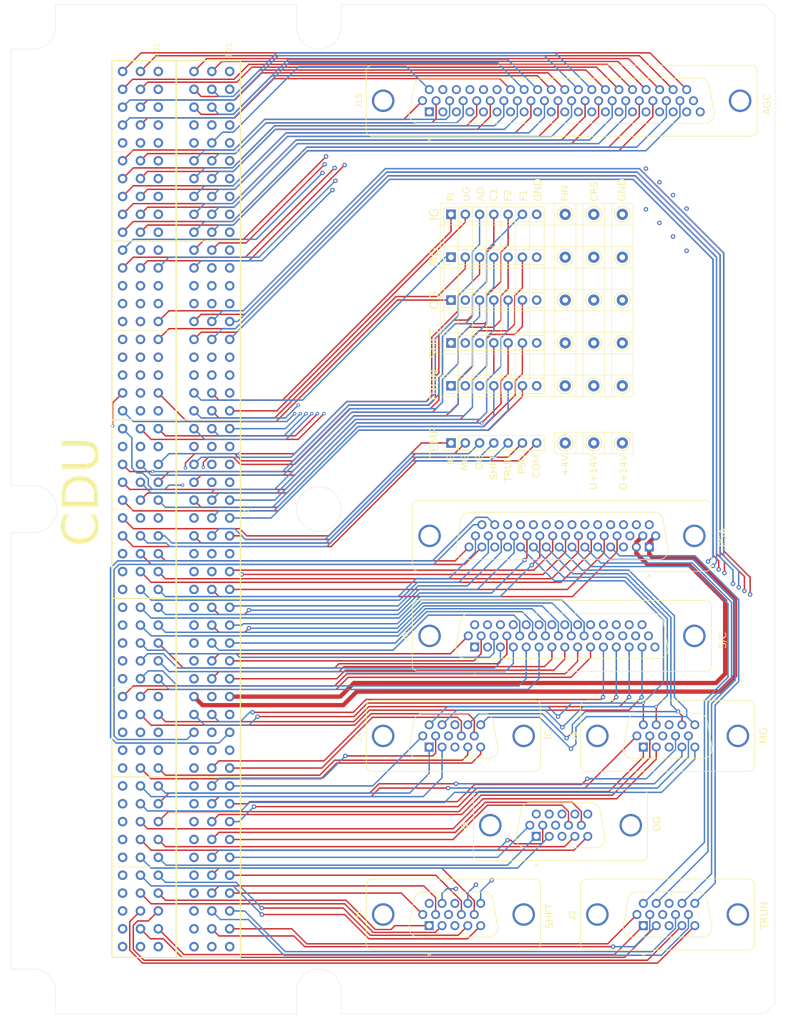
<source format=kicad_pcb>
(kicad_pcb (version 20240108) (generator "pcbnew") (generator_version "8.0")
  (layers (0 "F.Cu" signal) (1 "In1.Cu" signal) (2 "In2.Cu" signal) (31 "B.Cu" signal) (34 "B.Paste" user) (35 "F.Paste" user) (36 "B.SilkS" user "B.Silkscreen") (37 "F.SilkS" user "F.Silkscreen") (38 "B.Mask" user) (39 "F.Mask" user) (44 "Edge.Cuts" user))
  (net 0 "")
  (net 1 "/ECSINH")
  (net 2 "/BTEMPH")
  (net 3 "/BFSINH")
  (net 4 "/DATERH")
  (net 5 "/ETPF1")
  (net 6 "/DTEMPH")
  (net 7 "/ENGPL")
  (net 8 "/ATPC1")
  (net 9 "/EATERL")
  (net 10 "/IMUOPR")
  (net 11 "/EF+PCL")
  (net 12 "/CCAELO")
  (net 13 "/CTPAD")
  (net 14 "/AGCRRZ")
  (net 16 "/DFSINL")
  (net 17 "/ATPAD")
  (net 18 "/ETPC1")
  (net 19 "/ENGYH")
  (net 20 "/DF-PCH")
  (net 21 "/BTPAD")
  (net 22 "/DTPF1")
  (net 23 "/ET-PGL")
  (net 26 "/ETPUG")
  (net 28 "/DT+PGL")
  (net 29 "/EFCOSL")
  (net 30 "/GCAPC")
  (net 31 "/FM+PGL")
  (net 33 "/+4VTP")
  (net 34 "/CF+PCH")
  (net 35 "/ET+PGH")
  (net 36 "/ACAELO")
  (net 38 "/FI-PGL")
  (net 39 "/U+14TP")
  (net 40 "/BF+PCH")
  (net 41 "/BCSINL")
  (net 42 "/CLOCKL")
  (net 44 "/EFSINH")
  (net 45 "/CT+PGL")
  (net 46 "/BT+PGH")
  (net 47 "/FO-PGL")
  (net 50 "/BCSINH")
  (net 51 "/BTPC1")
  (net 53 "/ENGYL")
  (net 58 "/DF-PCL")
  (net 59 "/CFSINL")
  (net 60 "/DT+PGH")
  (net 61 "/CCAGEL")
  (net 63 "/ECSINL")
  (net 65 "/GCAPOP")
  (net 66 "/BTPF1")
  (net 67 "/EFCOSH")
  (net 68 "/SATPL")
  (net 70 "/CLOCKH")
  (net 72 "/AATERL")
  (net 74 "/CCAEHI")
  (net 75 "/EMTPA")
  (net 76 "/BFSINL")
  (net 77 "/AGCTVC")
  (net 78 "/SATRH")
  (net 79 "/CATERH")
  (net 83 "/UFAIL")
  (net 85 "/AT-PGH")
  (net 86 "/FM-PGL")
  (net 87 "/ENGPH")
  (net 88 "/FCDUZL")
  (net 91 "/FO-PGH")
  (net 92 "/AATERH")
  (net 93 "/AFSINH")
  (net 95 "/O28RFL")
  (net 98 "/BT+PGL")
  (net 99 "/ETPPI")
  (net 102 "/CF-PCH")
  (net 103 "/DTPAD")
  (net 104 "/DT-PGL")
  (net 105 "/SATRL")
  (net 107 "/BT-PGL")
  (net 111 "/ETPAD")
  (net 114 "/EFSINL")
  (net 115 "/AFSINL")
  (net 117 "/SATCON")
  (net 118 "/DMTPA")
  (net 119 "/OFAIL")
  (net 120 "/AF+PCH")
  (net 121 "/CMTPA")
  (net 122 "/ACAGEL")
  (net 123 "/U28RFL")
  (net 125 "/ATPF2")
  (net 129 "/FO+PGL")
  (net 130 "/ET+PGL")
  (net 131 "/BF+PCL")
  (net 132 "/BFCOSH")
  (net 133 "/DCCOSL")
  (net 134 "/AF-PCL")
  (net 135 "/PTEMPH")
  (net 138 "/DATERL")
  (net 139 "/FI+PGH")
  (net 140 "/TEMPL")
  (net 141 "/DF+PCH")
  (net 144 "/ECCOSH")
  (net 145 "/ETEMPH")
  (net 146 "/DFSINH")
  (net 147 "/AFCOSH")
  (net 148 "/DTPF2")
  (net 149 "/AF-PCH")
  (net 150 "/ACAGEH")
  (net 153 "/CATERL")
  (net 154 "/DTPUG")
  (net 156 "/AF+PCL")
  (net 157 "/CARPSA")
  (net 158 "/DF+PCL")
  (net 161 "/CTPF2")
  (net 163 "/CF-PCL")
  (net 164 "/CT-PGH")
  (net 169 "/BCCOSH")
  (net 170 "/U+28VH")
  (net 171 "/DFCOSH")
  (net 172 "/ETPF2")
  (net 174 "/DFCOSL")
  (net 175 "/EF+PCH")
  (net 178 "/BF-PCH")
  (net 179 "/ECTPA")
  (net 180 "/BCAELO")
  (net 181 "/BMTPA")
  (net 182 "/EF-PCH")
  (net 184 "/AT-PGL")
  (net 186 "/O28RFH")
  (net 187 "/ET-PGH")
  (net 189 "/CTPPI")
  (net 193 "/DTPC1")
  (net 194 "/ATPF1")
  (net 197 "/O+28VH")
  (net 198 "/BTPPI")
  (net 199 "/AGCSAT")
  (net 200 "/FM+PGH")
  (net 202 "/EATERH")
  (net 203 "/SATYL")
  (net 204 "/CFCOSL")
  (net 205 "/AGCEEC")
  (net 206 "/BF-PCL")
  (net 207 "/CCCOSH")
  (net 209 "/SATPH")
  (net 210 "/AGCDAE")
  (net 211 "/DCSINL")
  (net 212 "/CCSINH")
  (net 213 "/ACAEHI")
  (net 214 "/FCDUZH")
  (net 215 "/SATOP")
  (net 216 "/CAGE")
  (net 217 "/FI+PGL")
  (net 218 "/CCSINL")
  (net 221 "/DCSINH")
  (net 222 "/ATEMPH")
  (net 223 "/BCAGEH")
  (net 224 "/CT+PGH")
  (net 226 "/CFSINH")
  (net 227 "/CCTPA")
  (net 232 "/EF-PCL")
  (net 234 "/CT-PGL")
  (net 236 "/CTPC1")
  (net 237 "/ACSINL")
  (net 238 "/ACCOSH")
  (net 239 "/AGCCA")
  (net 240 "/BT-PGH")
  (net 242 "/AFCOSL")
  (net 243 "/DCTPA")
  (net 244 "/BCAGEL")
  (net 245 "/BTPUG")
  (net 248 "/CF+PCL")
  (net 249 "/DT-PGH")
  (net 250 "/BCCOSL")
  (net 252 "/CTPF1")
  (net 253 "/FM-PGH")
  (net 254 "/AT+PGL")
  (net 257 "/SATYH")
  (net 258 "/DCCOSH")
  (net 261 "/O+14TP")
  (net 262 "/CCAGEH")
  (net 263 "/ACTPA")
  (net 264 "/CTPUG")
  (net 265 "/FI-PGH")
  (net 266 "/BATERL")
  (net 267 "/ACCOSL")
  (net 268 "/CTEMPH")
  (net 270 "/BCAEHI")
  (net 272 "/CFCOSH")
  (net 273 "/AMTPA")
  (net 274 "/BATERH")
  (net 276 "/BCTPA")
  (net 277 "/ACSINH")
  (net 278 "/AGCZ")
  (net 281 "/BFCOSL")
  (net 283 "/ATPUG")
  (net 285 "/BTPF2")
  (net 286 "/DTPPI")
  (net 287 "/AT+PGH")
  (net 289 "/FO+PGH")
  (net 290 "/CCCOSL")
  (net 292 "/U28RFH")
  (net 294 "/ECCOSL")
  (net 296 "/RO5RFH")
  (net 297 "/RO28RFH")
  (net 298 "/RO28RFL")
  (net 299 "/RO5RFL")
  (net 300 "GND")
  (net 301 "/ATPPI")
  (net 318 "/RU28RFH")
  (net 319 "/RU5RFH")
  (net 320 "/RU28RFL")
  (net 321 "/RU5RFL")
  (net 328 "/AGCPSA3")
  (net 329 "/AGCPSA2")
  (net 330 "/AGCPSA4")
  (net 331 "/AGCPSA1")
  (footprint "TestPoint:TestPoint_Keystone_5000-5004_Miniature" (layer "F.Cu") (at 116.84 81.28)
    (property "Reference" "TP10" (hide yes))
    (property "Value" "TestPoint")
  )
  (footprint "Connector_Dsub:DSUB-44-HD_Male_Vertical_P2.29x1.98mm_MountingHoles" (layer "F.Cu") (at 131.785 109.93 180)
    (property "Reference" "J7" (hide yes))
    (property "Value" "Conn_02x22_Top_Bottom")
  )
  (footprint "cdu:MountingHole_4-40" (layer "F.Cu") (at 30.7848 189.6999)
    (property "Reference" "H1" (hide yes))
    (property "Value" "MountingHole")
  )
  (footprint "cdu:MountingHole_4-40" (layer "F.Cu") (at 150.9776 189.6999)
    (property "Reference" "H3" (hide yes))
    (property "Value" "MountingHole")
  )
  (footprint "Connector_Dsub:DSUB-15-HD_Female_Vertical_P2.29x1.98mm_MountingHoles" (layer "F.Cu") (at 130.74 177.24 180)
    (property "Reference" "J2")
    (property "Value" "Conn_01x15")
  )
  (footprint "TestPoint:TestPoint_Keystone_5000-5004_Miniature" (layer "F.Cu") (at 116.84 50.8)
    (property "Reference" "TP18" (hide yes))
    (property "Value" "TestPoint")
  )
  (footprint "TestPoint:TestPoint_Keystone_5000-5004_Miniature" (layer "F.Cu") (at 127 58.42)
    (property "Reference" "TP17" (hide yes))
    (property "Value" "TestPoint")
  )
  (footprint "cdu:MountingHole_4-40" (layer "F.Cu") (at 64.4398 16.6751)
    (property "Reference" "H9" (hide yes))
    (property "Value" "MountingHole")
  )
  (footprint "cdu:MountingHole_4-40" (layer "F.Cu") (at 21.4376 64.3001)
    (property "Reference" "H7" (hide yes))
    (property "Value" "MountingHole")
  )
  (footprint "Connector_PinHeader_2.54mm:PinHeader_1x07_P2.54mm_Vertical" (layer "F.Cu") (at 96.52 91.44 90)
    (property "Reference" "J8" (hide yes))
    (property "Value" "Conn_01x07")
  )
  (footprint "Connector_Dsub:DSUB-15-HD_Female_Vertical_P2.29x1.98mm_MountingHoles" (layer "F.Cu") (at 111.69 161.365 180)
    (property "Reference" "J3")
    (property "Value" "Conn_01x15")
  )
  (footprint "cdu:MountingHole_4-40" (layer "F.Cu") (at 150.9776 16.6751)
    (property "Reference" "H10" (hide yes))
    (property "Value" "MountingHole")
  )
  (footprint "Connector_PinHeader_2.54mm:PinHeader_1x07_P2.54mm_Vertical" (layer "F.Cu") (at 96.52 73.66 90)
    (property "Reference" "J11" (hide yes))
    (property "Value" "Conn_01x07")
  )
  (footprint "TestPoint:TestPoint_Keystone_5000-5004_Miniature" (layer "F.Cu") (at 127 66.04)
    (property "Reference" "TP6" (hide yes))
    (property "Value" "TestPoint")
  )
  (footprint "cdu:MountingHole_4-40" (layer "F.Cu") (at 64.4398 189.6999)
    (property "Reference" "H2" (hide yes))
    (property "Value" "MountingHole")
  )
  (footprint "Connector_Dsub:DSUB-15-HD_Female_Vertical_P2.29x1.98mm_MountingHoles" (layer "F.Cu") (at 92.64 145.49 180)
    (property "Reference" "J4")
    (property "Value" "Conn_01x15")
  )
  (footprint "cdu:CDU_Connector" (layer "F.Cu") (at 57.15 25.4 90)
    (property "Reference" "J14")
    (property "Value" "CDU_Connector")
  )
  (footprint "TestPoint:TestPoint_Keystone_5000-5004_Miniature" (layer "F.Cu") (at 121.92 66.04)
    (property "Reference" "TP12" (hide yes))
    (property "Value" "TestPoint")
  )
  (footprint "TestPoint:TestPoint_Keystone_5000-5004_Miniature" (layer "F.Cu") (at 127 81.28)
    (property "Reference" "TP8" (hide yes))
    (property "Value" "TestPoint")
  )
  (footprint "TestPoint:TestPoint_Keystone_5000-5004_Miniature" (layer "F.Cu") (at 116.84 66.04)
    (property "Reference" "TP11" (hide yes))
    (property "Value" "TestPoint")
  )
  (footprint "Connector_PinHeader_2.54mm:PinHeader_1x07_P2.54mm_Vertical" (layer "F.Cu") (at 96.52 81.28 90)
    (property "Reference" "J10" (hide yes))
    (property "Value" "Conn_01x07")
  )
  (footprint "Connector_PinHeader_2.54mm:PinHeader_1x07_P2.54mm_Vertical" (layer "F.Cu") (at 96.52 50.8 90)
    (property "Reference" "J12" (hide yes))
    (property "Value" "Conn_01x07")
  )
  (footprint "TestPoint:TestPoint_Keystone_5000-5004_Miniature" (layer "F.Cu") (at 127 73.66)
    (property "Reference" "TP5" (hide yes))
    (property "Value" "TestPoint")
  )
  (footprint "TestPoint:TestPoint_Keystone_5000-5004_Miniature" (layer "F.Cu") (at 116.84 58.42)
    (property "Reference" "TP13" (hide yes))
    (property "Value" "TestPoint")
  )
  (footprint "Connector_Dsub:DSUB-15-HD_Female_Vertical_P2.29x1.98mm_MountingHoles" (layer "F.Cu") (at 92.64 177.24 180)
    (property "Reference" "J1")
    (property "Value" "Conn_01x15")
  )
  (footprint "TestPoint:TestPoint_Keystone_5000-5004_Miniature" (layer "F.Cu") (at 127 50.8)
    (property "Reference" "TP16" (hide yes))
    (property "Value" "TestPoint")
  )
  (footprint "TestPoint:TestPoint_Keystone_5000-5004_Miniature" (layer "F.Cu") (at 116.84 91.44)
    (property "Reference" "TP2" (hide yes))
    (property "Value" "TestPoint")
  )
  (footprint "TestPoint:TestPoint_Keystone_5000-5004_Miniature" (layer "F.Cu") (at 116.84 73.66)
    (property "Reference" "TP9" (hide yes))
    (property "Value" "TestPoint")
  )
  (footprint "Connector_Dsub:DSUB-62-HD_Female_Vertical_P2.41x1.98mm_MountingHoles" (layer "F.Cu") (at 92.66 32.587 180)
    (property "Reference" "J15")
    (property "Value" "Conn_02x31_Top_Bottom")
  )
  (footprint "cdu:MountingHole_4-40" (layer "F.Cu") (at 30.7848 16.6751)
    (property "Reference" "H8" (hide yes))
    (property "Value" "MountingHole")
  )
  (footprint "cdu:MountingHole_4-40" (layer "F.Cu") (at 78.5876 97.0915)
    (property "Reference" "H5" (hide yes))
    (property "Value" "MountingHole")
  )
  (footprint "TestPoint:TestPoint_Keystone_5000-5004_Miniature" (layer "F.Cu") (at 121.92 73.66)
    (property "Reference" "TP4" (hide yes))
    (property "Value" "TestPoint")
  )
  (footprint "TestPoint:TestPoint_Keystone_5000-5004_Miniature" (layer "F.Cu") (at 121.92 50.8)
    (property "Reference" "TP14" (hide yes))
    (property "Value" "TestPoint")
  )
  (footprint "TestPoint:TestPoint_Keystone_5000-5004_Miniature" (layer "F.Cu") (at 121.92 81.28)
    (property "Reference" "TP7" (hide yes))
    (property "Value" "TestPoint")
  )
  (footprint "cdu:MountingHole_4-40" (layer "F.Cu") (at 150.9776 97.0915)
    (property "Reference" "H6" (hide yes))
    (property "Value" "MountingHole")
  )
  (footprint "TestPoint:TestPoint_Keystone_5000-5004_Miniature" (layer "F.Cu") (at 127 91.44)
    (property "Reference" "TP1" (hide yes))
    (property "Value" "TestPoint")
  )
  (footprint "TestPoint:TestPoint_Keystone_5000-5004_Miniature" (layer "F.Cu") (at 121.92 58.42)
    (property "Reference" "TP15" (hide yes))
    (property "Value" "TestPoint")
  )
  (footprint "Connector_PinHeader_2.54mm:PinHeader_1x07_P2.54mm_Vertical" (layer "F.Cu") (at 96.52 58.42 90)
    (property "Reference" "J13" (hide yes))
    (property "Value" "Conn_01x07")
  )
  (footprint "Connector_Dsub:DSUB-44-HD_Female_Vertical_P2.29x1.98mm_MountingHoles" (layer "F.Cu") (at 100.735 127.71 180)
    (property "Reference" "J6")
    (property "Value" "Conn_02x22_Top_Bottom")
  )
  (footprint "cdu:MountingHole_4-40" (layer "F.Cu") (at 21.4376 142.0749)
    (property "Reference" "H4" (hide yes))
    (property "Value" "MountingHole")
  )
  (footprint "Connector_Dsub:DSUB-15-HD_Female_Vertical_P2.29x1.98mm_MountingHoles" (layer "F.Cu") (at 130.74 145.49 180)
    (property "Reference" "J5")
    (property "Value" "Conn_01x15")
  )
  (footprint "Connector_PinHeader_2.54mm:PinHeader_1x07_P2.54mm_Vertical" (layer "F.Cu") (at 96.52 66.04 90)
    (property "Reference" "J9" (hide yes))
    (property "Value" "Conn_01x07")
  )
  (footprint "TestPoint:TestPoint_Keystone_5000-5004_Miniature" (layer "F.Cu") (at 121.92 91.44)
    (property "Reference" "TP3" (hide yes))
    (property "Value" "TestPoint")
  )
  (gr_rect (start 94.615 48.895) (end 128.905 83.185) (stroke (width 0.1)) (fill none) (layer "F.SilkS"))
  (gr_line (start 105.44 49.47) (end 105.44 82.61) (stroke (width 0.1)) (layer "F.SilkS"))
  (gr_line (start 125.095 89.535) (end 125.095 93.345) (stroke (width 0.1)) (layer "F.SilkS"))
  (gr_line (start 94.615 52.705) (end 128.905 52.705) (stroke (width 0.1)) (layer "F.SilkS"))
  (gr_rect (start 114.935 89.535) (end 128.905 93.345) (stroke (width 0.1)) (fill none) (layer "F.SilkS"))
  (gr_line (start 113.09 49.47) (end 113.09 82.61) (stroke (width 0.1)) (layer "F.SilkS"))
  (gr_line (start 94.615 67.945) (end 128.905 67.945) (stroke (width 0.1)) (layer "F.SilkS"))
  (gr_line (start 110.49 49.53) (end 110.49 82.55) (stroke (width 0.1)) (layer "F.SilkS"))
  (gr_line (start 128.905 56.515) (end 94.615 56.515) (stroke (width 0.1)) (layer "F.SilkS"))
  (gr_line (start 59.055 71.4375) (end 36.195 71.4375) (stroke (width 0.1)) (layer "F.SilkS"))
  (gr_line (start 36.195 55.5625) (end 59.055 55.5625) (stroke (width 0.2032)) (layer "F.SilkS"))
  (gr_line (start 94.615 60.325) (end 128.905 60.325) (stroke (width 0.1)) (layer "F.SilkS"))
  (gr_line (start 118.745 89.535) (end 118.745 93.345) (stroke (width 0.1)) (layer "F.SilkS"))
  (gr_line (start 94.615 79.375) (end 128.905 79.375) (stroke (width 0.1)) (layer "F.SilkS"))
  (gr_line (start 107.95 49.53) (end 107.95 82.55) (stroke (width 0.1)) (layer "F.SilkS"))
  (gr_line (start 118.745 48.895) (end 118.745 83.185) (stroke (width 0.1)) (layer "F.SilkS"))
  (gr_line (start 125.095 48.895) (end 125.095 83.185) (stroke (width 0.1)) (layer "F.SilkS"))
  (gr_line (start 94.615 75.565) (end 128.905 75.565) (stroke (width 0.1)) (layer "F.SilkS"))
  (gr_rect (start 47.625 23.495) (end 59.055 182.88) (stroke (width 0.2032)) (fill none) (layer "F.SilkS"))
  (gr_line (start 123.825 89.535) (end 123.825 93.345) (stroke (width 0.1)) (layer "F.SilkS"))
  (gr_line (start 59.055 134.9375) (end 36.195 134.9375) (stroke (width 0.1)) (layer "F.SilkS"))
  (gr_line (start 114.935 48.895) (end 114.935 83.185) (stroke (width 0.1)) (layer "F.SilkS"))
  (gr_line (start 128.905 64.135) (end 94.615 64.135) (stroke (width 0.1)) (layer "F.SilkS"))
  (gr_line (start 120.015 89.535) (end 120.015 93.345) (stroke (width 0.1)) (layer "F.SilkS"))
  (gr_line (start 59.055 103.1875) (end 36.195 103.1875) (stroke (width 0.1)) (layer "F.SilkS"))
  (gr_line (start 100.33 49.53) (end 100.33 82.55) (stroke (width 0.1)) (layer "F.SilkS"))
  (gr_line (start 120.015 48.895) (end 120.015 83.185) (stroke (width 0.1)) (layer "F.SilkS"))
  (gr_line (start 59.055 87.3125) (end 36.195 87.3125) (stroke (width 0.2032)) (layer "F.SilkS"))
  (gr_line (start 94.615 71.755) (end 128.905 71.755) (stroke (width 0.1)) (layer "F.SilkS"))
  (gr_line (start 59.055 150.8125) (end 36.195 150.8125) (stroke (width 0.2032)) (layer "F.SilkS"))
  (gr_line (start 59.055 119.0625) (end 36.195 119.0625) (stroke (width 0.2032)) (layer "F.SilkS"))
  (gr_line (start 123.825 48.895) (end 123.825 83.185) (stroke (width 0.1)) (layer "F.SilkS"))
  (gr_rect (start 36.195 23.495) (end 47.625 182.88) (stroke (width 0.2032)) (fill none) (layer "F.SilkS"))
  (gr_line (start 102.87 49.53) (end 102.87 82.55) (stroke (width 0.1)) (layer "F.SilkS"))
  (gr_line (start 59.055 166.8145) (end 36.195 166.8145) (stroke (width 0.1)) (layer "F.SilkS"))
  (gr_rect (start 95.25 49.53) (end 97.79 82.61) (stroke (width 0.1)) (fill none) (layer "F.SilkS"))
  (gr_line (start 59.055 39.6875) (end 36.195 39.6875) (stroke (width 0.1)) (layer "F.SilkS"))
  (gr_line (start 26.1874 192.8749) (end 69.0626 192.8749) (stroke (width 0.05)) (layer "Edge.Cuts"))
  (gr_arc (start 22.225 184.9501) (mid 25.02684 186.11066) (end 26.1874 188.9125) (stroke (width 0.05)) (layer "Edge.Cuts"))
  (gr_line (start 76.9874 13.5001) (end 152.3746 13.5001) (stroke (width 0.05)) (layer "Edge.Cuts"))
  (gr_line (start 69.0626 13.5001) (end 69.0626 17.4625) (stroke (width 0.05)) (layer "Edge.Cuts"))
  (gr_line (start 152.3746 13.5001) (end 154.1526 15.2781) (stroke (width 0.05)) (layer "Edge.Cuts"))
  (gr_line (start 154.1526 15.2781) (end 154.1526 191.0969) (stroke (width 0.05)) (layer "Edge.Cuts"))
  (gr_line (start 76.9874 192.8749) (end 76.9874 188.9125) (stroke (width 0.05)) (layer "Edge.Cuts"))
  (gr_line (start 18.2626 21.4249) (end 18.2626 98.9965) (stroke (width 0.05)) (layer "Edge.Cuts"))
  (gr_arc (start 26.1874 17.4625) (mid 25.02684 20.26434) (end 22.225 21.4249) (stroke (width 0.05)) (layer "Edge.Cuts"))
  (gr_line (start 76.9874 192.8749) (end 152.3746 192.8749) (stroke (width 0.05)) (layer "Edge.Cuts"))
  (gr_circle (center 73.025 103.1875) (end 76.9874 103.1875) (stroke (width 0.05)) (fill none) (layer "Edge.Cuts"))
  (gr_line (start 26.1874 13.5001) (end 26.1874 17.4625) (stroke (width 0.05)) (layer "Edge.Cuts"))
  (gr_arc (start 69.0626 188.9125) (mid 73.025 184.9501) (end 76.9874 188.9125) (stroke (width 0.05)) (layer "Edge.Cuts"))
  (gr_arc (start 76.9874 17.4625) (mid 73.025 21.4249) (end 69.0626 17.4625) (stroke (width 0.05)) (layer "Edge.Cuts"))
  (gr_line (start 76.9874 13.5001) (end 76.9874 17.4625) (stroke (width 0.05)) (layer "Edge.Cuts"))
  (gr_arc (start 22.225 98.9965) (mid 26.416 103.1875) (end 22.225 107.3785) (stroke (width 0.05)) (layer "Edge.Cuts"))
  (gr_line (start 26.1874 192.8749) (end 26.1874 188.9125) (stroke (width 0.05)) (layer "Edge.Cuts"))
  (gr_line (start 18.2626 107.3785) (end 22.225 107.3785) (stroke (width 0.05)) (layer "Edge.Cuts"))
  (gr_line (start 152.3746 192.8749) (end 154.1526 191.0969) (stroke (width 0.05)) (layer "Edge.Cuts"))
  (gr_line (start 18.2626 184.9501) (end 22.225 184.9501) (stroke (width 0.05)) (layer "Edge.Cuts"))
  (gr_line (start 18.2626 107.3785) (end 18.2626 184.9501) (stroke (width 0.05)) (layer "Edge.Cuts"))
  (gr_line (start 18.2626 21.4249) (end 22.225 21.4249) (stroke (width 0.05)) (layer "Edge.Cuts"))
  (gr_line (start 69.0626 192.8749) (end 69.0626 188.9125) (stroke (width 0.05)) (layer "Edge.Cuts"))
  (gr_line (start 26.1874 13.5001) (end 69.0626 13.5001) (stroke (width 0.05)) (layer "Edge.Cuts"))
  (gr_line (start 18.2626 98.9965) (end 22.225 98.9965) (stroke (width 0.05)) (layer "Edge.Cuts"))
  (gr_text "AD" (at 102.616 48.514 90) (layer "F.SilkS") (effects (font (size 1.27 1.27) (thickness 0.1)) (justify left bottom)))
  (gr_text "O+14V" (at 128.016 93.472 90) (layer "F.SilkS") (effects (font (size 1.27 1.27) (thickness 0.1)) (justify right bottom)))
  (gr_text "TRUN" (at 153.035 177.927 90) (layer "F.SilkS") (effects (font (size 1.27 1.27) (thickness 0.1)) (justify left bottom)))
  (gr_text "SHFT" (at 104.902 93.472 90) (layer "F.SilkS") (effects (font (size 1.27 1.27) (thickness 0.1)) (justify right bottom)))
  (gr_text "OG" (at 102.362 93.472 90) (layer "F.SilkS") (effects (font (size 1.27 1.27) (thickness 0.1)) (justify right bottom)))
  (gr_text "IG" (at 114.681 144.145 90) (layer "F.SilkS") (effects (font (size 1.27 1.27) (thickness 0.1)) (justify left bottom)))
  (gr_text "CRS" (at 122.809 48.514 90) (layer "F.SilkS") (effects (font (size 1.27 1.27) (thickness 0.1)) (justify left bottom)))
  (gr_text "PSA" (at 145.669 109.982 90) (layer "F.SilkS") (effects (font (size 1.27 1.27) (thickness 0.1)) (justify left bottom)))
  (gr_text "OG" (at 133.985 160.528 90) (layer "F.SilkS") (effects (font (size 1.27 1.27) (thickness 0.1)) (justify left bottom)))
  (gr_text "PSU" (at 109.982 93.472 90) (layer "F.SilkS") (effects (font (size 1.27 1.27) (thickness 0.1)) (justify right bottom)))
  (gr_text "U+14V" (at 122.682 93.472 90) (layer "F.SilkS") (effects (font (size 1.27 1.27) (thickness 0.1)) (justify right bottom)))
  (gr_text "SHFT" (at 114.808 177.8 90) (layer "F.SilkS") (effects (font (size 1.27 1.27) (thickness 0.1)) (justify left bottom)))
  (gr_text "MG" (at 152.908 144.907 90) (layer "F.SilkS") (effects (font (size 1.27 1.27) (thickness 0.1)) (justify left bottom)))
  (gr_text "MG" (at 94.488 58.42 90) (layer "F.SilkS") (effects (font (size 1.524 1.524) (thickness 0.1)) (justify bottom)))
  (gr_text "+4V" (at 117.602 93.472 90) (layer "F.SilkS") (effects (font (size 1.27 1.27) (thickness 0.1)) (justify right bottom)))
  (gr_text "101" (at 57.531 23.114 90) (layer "F.SilkS") (effects (font (size 1 1) (thickness 0.1)) (justify left bottom)))
  (gr_text "CDU" (at 34.798 109.855 90) (layer "F.SilkS") (effects (font (size 6.35 6.35) (thickness 0.1)) (justify left bottom)))
  (gr_text "FIN" (at 117.602 48.514 90) (layer "F.SilkS") (effects (font (size 1.27 1.27) (thickness 0.1)) (justify left bottom)))
  (gr_text "GND" (at 127.762 48.514 90) (layer "F.SilkS") (effects (font (size 1.27 1.27) (thickness 0.1)) (justify left bottom)))
  (gr_text "IG" (at 97.282 93.472 90) (layer "F.SilkS") (effects (font (size 1.27 1.27) (thickness 0.1)) (justify right bottom)))
  (gr_text "UG" (at 100.076 48.514 90) (layer "F.SilkS") (effects (font (size 1.27 1.27) (thickness 0.1)) (justify left bottom)))
  (gr_text "F2" (at 107.442 48.514 90) (layer "F.SilkS") (effects (font (size 1.27 1.27) (thickness 0.1)) (justify left bottom)))
  (gr_text "C1" (at 104.902 48.514 90) (layer "F.SilkS") (effects (font (size 1.27 1.27) (thickness 0.1)) (justify left bottom)))
  (gr_text "F1" (at 110.236 48.514 90) (layer "F.SilkS") (effects (font (size 1.27 1.27) (thickness 0.1)) (justify left bottom)))
  (gr_text "IG" (at 94.488 50.8 90) (layer "F.SilkS") (effects (font (size 1.524 1.524) (thickness 0.1)) (justify bottom)))
  (gr_text "OG" (at 94.488 66.04 90) (layer "F.SilkS") (effects (font (size 1.524 1.524) (thickness 0.1)) (justify bottom)))
  (gr_text "401" (at 44.831 23.114 90) (layer "F.SilkS") (effects (font (size 1 1) (thickness 0.1)) (justify left bottom)))
  (gr_text "TEMP" (at 94.488 91.44 90) (layer "F.SilkS") (effects (font (size 1.524 1.524) (thickness 0.1)) (justify bottom)))
  (gr_text "COM" (at 112.522 93.472 90) (layer "F.SilkS") (effects (font (size 1.27 1.27) (thickness 0.1)) (justify right bottom)))
  (gr_text "TRUN" (at 107.442 93.472 90) (layer "F.SilkS") (effects (font (size 1.27 1.27) (thickness 0.1)) (justify right bottom)))
  (gr_text "S/C" (at 145.669 128.016 90) (layer "F.SilkS") (effects (font (size 1.27 1.27) (thickness 0.1)) (justify left bottom)))
  (gr_text "MG" (at 99.822 93.472 90) (layer "F.SilkS") (effects (font (size 1.27 1.27) (thickness 0.1)) (justify right bottom)))
  (gr_text "PI" (at 97.282 48.514 90) (layer "F.SilkS") (effects (font (size 1.27 1.27) (thickness 0.1)) (justify left bottom)))
  (gr_text "SHFT" (at 94.488 73.66 90) (layer "F.SilkS") (effects (font (size 1.524 1.524) (thickness 0.1)) (justify bottom)))
  (gr_text "AGC" (at 153.543 33.147 90) (layer "F.SilkS") (effects (font (size 1.27 1.27) (thickness 0.1)) (justify left bottom)))
  (gr_text "TRUN" (at 94.488 81.28 90) (layer "F.SilkS") (effects (font (size 1.524 1.524) (thickness 0.1)) (justify bottom)))
  (gr_text "GND" (at 112.776 48.514 90) (layer "F.SilkS") (effects (font (size 1.27 1.27) (thickness 0.1)) (justify left bottom)))
  (segment (start 68.199 177.8) (end 70.866 180.467) (width 0.254) (layer "F.Cu") (net 1))
  (segment (start 57.15 177.8) (end 68.199 177.8) (width 0.254) (layer "F.Cu") (net 1))
  (segment (start 70.866 180.467) (end 124.388 180.467) (width 0.254) (layer "F.Cu") (net 1))
  (segment (start 124.388 180.467) (end 129.595 175.26) (width 0.254) (layer "F.Cu") (net 1))
  (segment (start 57.15 107.95) (end 59.309 107.95) (width 0.254) (layer "F.Cu") (net 2))
  (segment (start 90.17 93.345) (end 97.155 93.345) (width 0.254) (layer "F.Cu") (net 2))
  (segment (start 74.93 108.585) (end 90.17 93.345) (width 0.254) (layer "F.Cu") (net 2))
  (segment (start 59.944 108.585) (end 74.93 108.585) (width 0.254) (layer "F.Cu") (net 2))
  (segment (start 59.309 107.95) (end 59.944 108.585) (width 0.254) (layer "F.Cu") (net 2))
  (segment (start 97.155 93.345) (end 99.06 91.44) (width 0.254) (layer "F.Cu") (net 2))
  (segment (start 60.325 155.575) (end 60.706 155.194) (width 0.254) (layer "F.Cu") (net 3))
  (segment (start 119.761 152.146) (end 120.777 151.13) (width 0.254) (layer "F.Cu") (net 3))
  (segment (start 100.711 152.146) (end 119.761 152.146) (width 0.254) (layer "F.Cu") (net 3))
  (segment (start 60.706 155.194) (end 97.663 155.194) (width 0.254) (layer "F.Cu") (net 3))
  (segment (start 97.663 155.194) (end 100.711 152.146) (width 0.254) (layer "F.Cu") (net 3))
  (segment (start 57.15 155.575) (end 60.325 155.575) (width 0.254) (layer "F.Cu") (net 3))
  (via (at 120.777 151.13) (size 0.8) (drill 0.4) (layers "F.Cu" "B.Cu") (net 3))
  (segment (start 120.777 151.13) (end 131.273819 151.13) (width 0.254) (layer "B.Cu") (net 3))
  (segment (start 136.465 145.938819) (end 136.465 143.51) (width 0.254) (layer "B.Cu") (net 3))
  (segment (start 131.273819 151.13) (end 136.465 145.938819) (width 0.254) (layer "B.Cu") (net 3))
  (segment (start 104.775 130.683) (end 106.46 128.998) (width 0.254) (layer "F.Cu") (net 4))
  (segment (start 106.46 128.998) (end 106.46 125.73) (width 0.254) (layer "F.Cu") (net 4))
  (segment (start 44.45 127) (end 48.895 131.445) (width 0.254) (layer "F.Cu") (net 4))
  (segment (start 75.819 131.445) (end 76.581 130.683) (width 0.254) (layer "F.Cu") (net 4))
  (segment (start 76.581 130.683) (end 104.775 130.683) (width 0.254) (layer "F.Cu") (net 4))
  (segment (start 48.895 131.445) (end 75.819 131.445) (width 0.254) (layer "F.Cu") (net 4))
  (segment (start 65.786 103.505) (end 80.137 89.154) (width 0.254) (layer "F.Cu") (net 5))
  (segment (start 103.251 89.154) (end 109.22 83.185) (width 0.254) (layer "F.Cu") (net 5))
  (segment (start 40.005 103.505) (end 65.786 103.505) (width 0.254) (layer "F.Cu") (net 5))
  (segment (start 80.137 89.154) (end 103.251 89.154) (width 0.254) (layer "F.Cu") (net 5))
  (segment (start 109.22 83.185) (end 109.22 81.28) (width 0.254) (layer "F.Cu") (net 5))
  (segment (start 38.1 101.6) (end 40.005 103.505) (width 0.254) (layer "F.Cu") (net 5))
  (segment (start 101.6 93.98) (end 104.14 91.44) (width 0.254) (layer "B.Cu") (net 6))
  (segment (start 74.295 109.22) (end 89.535 93.98) (width 0.254) (layer "B.Cu") (net 6))
  (segment (start 89.535 93.98) (end 101.6 93.98) (width 0.254) (layer "B.Cu") (net 6))
  (segment (start 46.863 109.22) (end 74.295 109.22) (width 0.254) (layer "B.Cu") (net 6))
  (segment (start 44.45 107.95) (end 45.593 107.95) (width 0.254) (layer "B.Cu") (net 6))
  (segment (start 45.593 107.95) (end 46.863 109.22) (width 0.254) (layer "B.Cu") (net 6))
  (segment (start 79.248 140.081) (end 81.661 137.668) (width 0.254) (layer "F.Cu") (net 7))
  (segment (start 62.103 140.081) (end 79.248 140.081) (width 0.254) (layer "F.Cu") (net 7))
  (segment (start 124.874 137.668) (end 125.925 136.617) (width 0.254) (layer "F.Cu") (net 7))
  (segment (start 81.661 137.668) (end 124.874 137.668) (width 0.254) (layer "F.Cu") (net 7))
  (via (at 62.103 140.081) (size 0.8) (drill 0.4) (layers "F.Cu" "B.Cu") (net 7))
  (via (at 125.925 136.617) (size 0.8) (drill 0.4) (layers "F.Cu" "B.Cu") (net 7))
  (segment (start 52.705 141.605) (end 60.579 141.605) (width 0.254) (layer "B.Cu") (net 7))
  (segment (start 125.925 136.584) (end 125.925 127.71) (width 0.254) (layer "B.Cu") (net 7))
  (segment (start 60.579 141.605) (end 62.103 140.081) (width 0.254) (layer "B.Cu") (net 7))
  (segment (start 50.8 139.7) (end 52.705 141.605) (width 0.254) (layer "B.Cu") (net 7))
  (segment (start 78.359 84.709) (end 92.583 84.709) (width 0.254) (layer "F.Cu") (net 8))
  (segment (start 92.583 84.709) (end 93.726 83.566) (width 0.254) (layer "F.Cu") (net 8))
  (segment (start 68.453 94.615) (end 78.359 84.709) (width 0.254) (layer "F.Cu") (net 8))
  (segment (start 59.309 94.615) (end 68.453 94.615) (width 0.254) (layer "F.Cu") (net 8))
  (segment (start 93.726 79.629) (end 94.361 78.994) (width 0.254) (layer "F.Cu") (net 8))
  (segment (start 97.028 69.596) (end 99.441 69.596) (width 0.254) (layer "F.Cu") (net 8))
  (segment (start 50.927 93.345) (end 58.039 93.345) (width 0.254) (layer "F.Cu") (net 8))
  (segment (start 94.361 72.263) (end 97.028 69.596) (width 0.254) (layer "F.Cu") (net 8))
  (segment (start 58.039 93.345) (end 59.309 94.615) (width 0.254) (layer "F.Cu") (net 8))
  (segment (start 100.33 65.278) (end 102.87 62.738) (width 0.254) (layer "F.Cu") (net 8))
  (segment (start 94.361 78.994) (end 94.361 72.263) (width 0.254) (layer "F.Cu") (net 8))
  (segment (start 102.87 62.738) (end 102.87 57.531) (width 0.254) (layer "F.Cu") (net 8))
  (segment (start 100.33 68.707) (end 100.33 65.278) (width 0.254) (layer "F.Cu") (net 8))
  (segment (start 102.87 57.531) (end 104.14 56.261) (width 0.254) (layer "F.Cu") (net 8))
  (segment (start 49.276 95.885) (end 49.276 94.996) (width 0.254) (layer "F.Cu") (net 8))
  (segment (start 99.441 69.596) (end 100.33 68.707) (width 0.254) (layer "F.Cu") (net 8))
  (segment (start 49.276 94.996) (end 50.927 93.345) (width 0.254) (layer "F.Cu") (net 8))
  (segment (start 104.14 56.261) (end 104.14 50.8) (width 0.254) (layer "F.Cu") (net 8))
  (segment (start 93.726 83.566) (end 93.726 79.629) (width 0.254) (layer "F.Cu") (net 8))
  (via (at 49.276 95.885) (size 0.6) (drill 0.3) (layers "F.Cu" "B.Cu") (net 8))
  (segment (start 55.245 128.905) (end 96.415 128.905) (width 0.254) (layer "F.Cu") (net 9))
  (segment (start 53.975 130.175) (end 55.245 128.905) (width 0.254) (layer "F.Cu") (net 9))
  (segment (start 96.415 128.905) (end 99.59 125.73) (width 0.254) (layer "F.Cu") (net 9))
  (via (at 73.66 43.434) (size 0.8) (drill 0.4) (layers "F.Cu" "B.Cu") (net 10))
  (segment (start 38.1 57.15) (end 40.005 55.245) (width 0.254) (layer "B.Cu") (net 10))
  (segment (start 61.849 55.245) (end 73.66 43.434) (width 0.254) (layer "B.Cu") (net 10))
  (segment (start 40.005 55.245) (end 61.849 55.245) (width 0.254) (layer "B.Cu") (net 10))
  (segment (start 41.275 41.275) (end 42.545 40.005) (width 0.254) (layer "F.Cu") (net 11))
  (segment (start 42.545 40.005) (end 58.166 40.005) (width 0.254) (layer "F.Cu") (net 11))
  (segment (start 93.091 34.544) (end 93.865 33.77) (width 0.254) (layer "F.Cu") (net 11))
  (segment (start 63.627 34.544) (end 93.091 34.544) (width 0.254) (layer "F.Cu") (net 11))
  (segment (start 58.166 40.005) (end 63.627 34.544) (width 0.254) (layer "F.Cu") (net 11))
  (segment (start 93.865 33.77) (end 93.865 30.607) (width 0.254) (layer "F.Cu") (net 11))
  (segment (start 112.32 107.95) (end 112.32 111.708) (width 0.254) (layer "F.Cu") (net 12))
  (segment (start 112.32 111.708) (end 110.871 113.157) (width 0.254) (layer "F.Cu") (net 12))
  (via (at 110.871 113.157) (size 0.8) (drill 0.4) (layers "F.Cu" "B.Cu") (net 12))
  (segment (start 105.283 118.745) (end 91.059 118.745) (width 0.254) (layer "B.Cu") (net 12))
  (segment (start 43.18 122.555) (end 41.275 120.65) (width 0.254) (layer "B.Cu") (net 12))
  (segment (start 87.249 122.555) (end 43.18 122.555) (width 0.254) (layer "B.Cu") (net 12))
  (segment (start 110.871 113.157) (end 105.283 118.745) (width 0.254) (layer "B.Cu") (net 12))
  (segment (start 91.059 118.745) (end 87.249 122.555) (width 0.254) (layer "B.Cu") (net 12))
  (segment (start 97.79 72.771) (end 97.79 77.343) (width 0.254) (layer "B.Cu") (net 13))
  (segment (start 97.79 77.343) (end 94.996 80.137) (width 0.254) (layer "B.Cu") (net 13))
  (segment (start 101.6 68.961) (end 97.79 72.771) (width 0.254) (layer "B.Cu") (net 13))
  (segment (start 43.18 97.155) (end 41.275 95.25) (width 0.254) (layer "B.Cu") (net 13))
  (segment (start 78.486 85.344) (end 66.675 97.155) (width 0.254) (layer "B.Cu") (net 13))
  (segment (start 93.853 85.344) (end 78.486 85.344) (width 0.254) (layer "B.Cu") (net 13))
  (segment (start 94.996 80.137) (end 94.996 84.201) (width 0.254) (layer "B.Cu") (net 13))
  (segment (start 101.6 66.04) (end 101.6 68.961) (width 0.254) (layer "B.Cu") (net 13))
  (segment (start 94.996 84.201) (end 93.853 85.344) (width 0.254) (layer "B.Cu") (net 13))
  (segment (start 66.675 97.155) (end 43.18 97.155) (width 0.254) (layer "B.Cu") (net 13))
  (via (at 75.438 46.482) (size 0.8) (drill 0.4) (layers "F.Cu" "B.Cu") (net 14))
  (segment (start 52.07 59.055) (end 62.865 59.055) (width 0.254) (layer "B.Cu") (net 14))
  (segment (start 62.865 59.055) (end 75.438 46.482) (width 0.254) (layer "B.Cu") (net 14))
  (segment (start 50.8 60.325) (end 52.07 59.055) (width 0.254) (layer "B.Cu") (net 14))
  (segment (start 94.864819 167.005) (end 100.655 172.795181) (width 0.254) (layer "F.Cu") (net 16))
  (segment (start 100.655 172.795181) (end 100.655 175.26) (width 0.254) (layer "F.Cu") (net 16))
  (segment (start 55.245 167.005) (end 94.864819 167.005) (width 0.254) (layer "F.Cu") (net 16))
  (segment (start 53.975 168.275) (end 55.245 167.005) (width 0.254) (layer "F.Cu") (net 16))
  (segment (start 100.33 57.404) (end 101.6 56.134) (width 0.254) (layer "B.Cu") (net 17))
  (segment (start 52.07 93.98) (end 68.072 93.98) (width 0.254) (layer "B.Cu") (net 17))
  (segment (start 68.072 93.98) (end 77.978 84.074) (width 0.254) (layer "B.Cu") (net 17))
  (segment (start 77.978 84.074) (end 92.202 84.074) (width 0.254) (layer "B.Cu") (net 17))
  (segment (start 93.726 82.55) (end 93.726 72.898) (width 0.254) (layer "B.Cu") (net 17))
  (segment (start 93.726 72.898) (end 97.79 68.834) (width 0.254) (layer "B.Cu") (net 17))
  (segment (start 92.202 84.074) (end 93.726 82.55) (width 0.254) (layer "B.Cu") (net 17))
  (segment (start 50.8 95.25) (end 52.07 93.98) (width 0.254) (layer "B.Cu") (net 17))
  (segment (start 97.79 65.278) (end 100.33 62.738) (width 0.254) (layer "B.Cu") (net 17))
  (segment (start 97.79 68.834) (end 97.79 65.278) (width 0.254) (layer "B.Cu") (net 17))
  (segment (start 100.33 62.738) (end 100.33 57.404) (width 0.254) (layer "B.Cu") (net 17))
  (segment (start 101.6 56.134) (end 101.6 50.8) (width 0.254) (layer "B.Cu") (net 17))
  (segment (start 102.235 88.519) (end 80.01 88.519) (width 0.254) (layer "B.Cu") (net 18))
  (segment (start 55.245 103.505) (end 53.975 104.775) (width 0.254) (layer "B.Cu") (net 18))
  (segment (start 65.024 103.505) (end 55.245 103.505) (width 0.254) (layer "B.Cu") (net 18))
  (segment (start 104.14 81.28) (end 104.14 86.614) (width 0.254) (layer "B.Cu") (net 18))
  (segment (start 104.14 86.614) (end 102.235 88.519) (width 0.254) (layer "B.Cu") (net 18))
  (segment (start 80.01 88.519) (end 65.024 103.505) (width 0.254) (layer "B.Cu") (net 18))
  (segment (start 44.45 139.7) (end 45.72 140.97) (width 0.254) (layer "F.Cu") (net 19))
  (segment (start 45.72 140.97) (end 79.248 140.97) (width 0.254) (layer "F.Cu") (net 19))
  (segment (start 79.248 140.97) (end 81.915 138.303) (width 0.254) (layer "F.Cu") (net 19))
  (segment (start 81.915 138.303) (end 126.5332 138.303) (width 0.254) (layer "F.Cu") (net 19))
  (segment (start 126.5332 138.303) (end 128.2192 136.617) (width 0.254) (layer "F.Cu") (net 19))
  (via (at 128.2192 136.617) (size 0.8) (drill 0.4) (layers "F.Cu" "B.Cu") (net 19))
  (segment (start 128.215 136.6128) (end 128.2192 136.617) (width 0.254) (layer "B.Cu") (net 19))
  (segment (start 128.215 127.71) (end 128.215 136.6128) (width 0.254) (layer "B.Cu") (net 19))
  (segment (start 52.705 42.545) (end 57.658 42.545) (width 0.254) (layer "B.Cu") (net 20))
  (segment (start 57.658 42.545) (end 65.151 35.052) (width 0.254) (layer "B.Cu") (net 20))
  (segment (start 65.151 35.052) (end 104.267 35.052) (width 0.254) (layer "B.Cu") (net 20))
  (segment (start 50.8 44.45) (end 52.705 42.545) (width 0.254) (layer "B.Cu") (net 20))
  (segment (start 104.267 35.052) (end 105.915 33.404) (width 0.254) (layer "B.Cu") (net 20))
  (segment (start 105.915 33.404) (end 105.915 30.607) (width 0.254) (layer "B.Cu") (net 20))
  (segment (start 97.79 65.278) (end 97.79 67.945) (width 0.254) (layer "F.Cu") (net 21))
  (segment (start 101.6 58.42) (end 101.6 61.468) (width 0.254) (layer "F.Cu") (net 21))
  (segment (start 93.091 72.644) (end 97.79 67.945) (width 0.254) (layer "F.Cu") (net 21))
  (segment (start 68.707 93.345) (end 77.978 84.074) (width 0.254) (layer "F.Cu") (net 21))
  (segment (start 93.091 72.644) (end 93.091 83.058) (width 0.254) (layer "F.Cu") (net 21))
  (segment (start 68.707 93.345) (end 58.928 93.345) (width 0.254) (layer "F.Cu") (net 21))
  (segment (start 92.075 84.074) (end 93.091 83.058) (width 0.254) (layer "F.Cu") (net 21))
  (segment (start 77.978 84.074) (end 92.075 84.074) (width 0.254) (layer "F.Cu") (net 21))
  (segment (start 97.79 65.278) (end 101.6 61.468) (width 0.254) (layer "F.Cu") (net 21))
  (via (at 58.928 93.345) (size 0.6) (drill 0.3) (layers "F.Cu" "B.Cu") (net 21))
  (segment (start 58.928 93.345) (end 46.355 93.345) (width 0.254) (layer "B.Cu") (net 21))
  (segment (start 46.355 93.345) (end 44.45 95.25) (width 0.254) (layer "B.Cu") (net 21))
  (segment (start 65.659 102.87) (end 80.01 88.519) (width 0.254) (layer "F.Cu") (net 22))
  (segment (start 107.95 80.391) (end 109.22 79.121) (width 0.254) (layer "F.Cu") (net 22))
  (segment (start 107.95 82.931) (end 107.95 80.391) (width 0.254) (layer "F.Cu") (net 22))
  (segment (start 109.22 79.121) (end 109.22 73.66) (width 0.254) (layer "F.Cu") (net 22))
  (segment (start 50.8 101.6) (end 52.07 102.87) (width 0.254) (layer "F.Cu") (net 22))
  (segment (start 52.07 102.87) (end 65.659 102.87) (width 0.254) (layer "F.Cu") (net 22))
  (segment (start 80.01 88.519) (end 102.362 88.519) (width 0.254) (layer "F.Cu") (net 22))
  (segment (start 102.362 88.519) (end 107.95 82.931) (width 0.254) (layer "F.Cu") (net 22))
  (segment (start 126.215 23.622) (end 131.22 28.627) (width 0.254) (layer "F.Cu") (net 23))
  (segment (start 55.753 23.622) (end 126.215 23.622) (width 0.254) (layer "F.Cu") (net 23))
  (segment (start 53.975 25.4) (end 55.753 23.622) (width 0.254) (layer "F.Cu") (net 23))
  (segment (start 58.42 27.305) (end 61.087 24.638) (width 0.254) (layer "F.Cu") (net 28))
  (segment (start 122.411 24.638) (end 126.4 28.627) (width 0.254) (layer "F.Cu") (net 28))
  (segment (start 41.275 28.575) (end 42.545 27.305) (width 0.254) (layer "F.Cu") (net 28))
  (segment (start 42.545 27.305) (end 58.42 27.305) (width 0.254) (layer "F.Cu") (net 28))
  (segment (start 61.087 24.638) (end 122.411 24.638) (width 0.254) (layer "F.Cu") (net 28))
  (segment (start 139.9 177.24) (end 133.244 183.896) (width 0.254) (layer "F.Cu") (net 29))
  (segment (start 39.37 181.61) (end 39.37 176.53) (width 0.254) (layer "F.Cu") (net 29))
  (segment (start 41.656 183.896) (end 39.37 181.61) (width 0.254) (layer "F.Cu") (net 29))
  (segment (start 39.37 176.53) (end 41.275 174.625) (width 0.254) (layer "F.Cu") (net 29))
  (segment (start 133.244 183.896) (end 41.656 183.896) (width 0.254) (layer "F.Cu") (net 29))
  (segment (start 75.819 134.62) (end 77.978 132.461) (width 0.254) (layer "F.Cu") (net 30))
  (segment (start 116.84 132.461) (end 119.055 130.246) (width 0.254) (layer "F.Cu") (net 30))
  (segment (start 77.978 132.461) (end 116.84 132.461) (width 0.254) (layer "F.Cu") (net 30))
  (segment (start 38.1 136.525) (end 40.005 134.62) (width 0.254) (layer "F.Cu") (net 30))
  (segment (start 40.005 134.62) (end 75.819 134.62) (width 0.254) (layer "F.Cu") (net 30))
  (segment (start 119.055 130.246) (end 119.055 127.71) (width 0.254) (layer "F.Cu") (net 30))
  (segment (start 57.785 45.72) (end 67.183 36.322) (width 0.254) (layer "F.Cu") (net 34))
  (segment (start 110.735 33.537) (end 110.735 30.607) (width 0.254) (layer "F.Cu") (net 34))
  (segment (start 67.183 36.322) (end 107.95 36.322) (width 0.254) (layer "F.Cu") (net 34))
  (segment (start 107.95 36.322) (end 110.735 33.537) (width 0.254) (layer "F.Cu") (net 34))
  (segment (start 40.005 45.72) (end 57.785 45.72) (width 0.254) (layer "F.Cu") (net 34))
  (segment (start 38.1 47.625) (end 40.005 45.72) (width 0.254) (layer "F.Cu") (net 34))
  (segment (start 131.921 22.098) (end 138.45 28.627) (width 0.254) (layer "F.Cu") (net 35))
  (segment (start 38.1 25.4) (end 41.402 22.098) (width 0.254) (layer "F.Cu") (net 35))
  (segment (start 41.402 22.098) (end 131.921 22.098) (width 0.254) (layer "F.Cu") (net 35))
  (segment (start 41.275 117.475) (end 43.18 119.38) (width 0.254) (layer "B.Cu") (net 36))
  (segment (start 90.551 116.205) (end 97.917 116.205) (width 0.254) (layer "B.Cu") (net 36))
  (segment (start 103.16 110.962) (end 103.16 107.95) (width 0.254) (layer "B.Cu") (net 36))
  (segment (start 43.18 119.38) (end 87.376 119.38) (width 0.254) (layer "B.Cu") (net 36))
  (segment (start 97.917 116.205) (end 103.16 110.962) (width 0.254) (layer "B.Cu") (net 36))
  (segment (start 87.376 119.38) (end 90.551 116.205) (width 0.254) (layer "B.Cu") (net 36))
  (segment (start 59.563 67.945) (end 46.355 67.945) (width 0.254) (layer "F.Cu") (net 38))
  (segment (start 145.034 110.617) (end 145.034 57.658) (width 0.254) (layer "F.Cu") (net 38))
  (segment (start 84.836 42.672) (end 59.563 67.945) (width 0.254) (layer "F.Cu") (net 38))
  (segment (start 149.733 118.364) (end 149.733 115.316) (width 0.254) (layer "F.Cu") (net 38))
  (segment (start 145.034 57.658) (end 130.048 42.672) (width 0.254) (layer "F.Cu") (net 38))
  (segment (start 149.733 115.316) (end 145.034 110.617) (width 0.254) (layer "F.Cu") (net 38))
  (segment (start 130.048 42.672) (end 84.836 42.672) (width 0.254) (layer "F.Cu") (net 38))
  (segment (start 46.355 67.945) (end 44.45 69.85) (width 0.254) (layer "F.Cu") (net 38))
  (via (at 149.733 118.364) (size 0.8) (drill 0.4) (layers "F.Cu" "B.Cu") (net 38))
  (segment (start 116.205 37.592) (end 120.375 33.422) (width 0.254) (layer "F.Cu") (net 40))
  (segment (start 38.1 50.8) (end 40.005 48.895) (width 0.254) (layer "F.Cu") (net 40))
  (segment (start 40.005 48.895) (end 57.658 48.895) (width 0.254) (layer "F.Cu") (net 40))
  (segment (start 120.375 33.422) (end 120.375 30.607) (width 0.254) (layer "F.Cu") (net 40))
  (segment (start 57.658 48.895) (end 68.961 37.592) (width 0.254) (layer "F.Cu") (net 40))
  (segment (start 68.961 37.592) (end 116.205 37.592) (width 0.254) (layer "F.Cu") (net 40))
  (segment (start 98.425 157.48) (end 101.854 154.051) (width 0.254) (layer "F.Cu") (net 41))
  (segment (start 131.885 147.388) (end 131.885 143.51) (width 0.254) (layer "F.Cu") (net 41))
  (segment (start 101.854 154.051) (end 125.222 154.051) (width 0.254) (layer "F.Cu") (net 41))
  (segment (start 53.975 158.75) (end 55.245 157.48) (width 0.254) (layer "F.Cu") (net 41))
  (segment (start 55.245 157.48) (end 98.425 157.48) (width 0.254) (layer "F.Cu") (net 41))
  (segment (start 125.222 154.051) (end 131.885 147.388) (width 0.254) (layer "F.Cu") (net 41))
  (segment (start 60.071 55.88) (end 74.041 41.91) (width 0.254) (layer "F.Cu") (net 42))
  (segment (start 53.975 57.15) (end 55.245 55.88) (width 0.254) (layer "F.Cu") (net 42))
  (segment (start 55.245 55.88) (end 60.071 55.88) (width 0.254) (layer "F.Cu") (net 42))
  (via (at 74.041 41.91) (size 0.8) (drill 0.4) (layers "F.Cu" "B.Cu") (net 42))
  (segment (start 59.817 174.625) (end 67.056 181.864) (width 0.254) (layer "B.Cu") (net 44))
  (segment (start 67.056 181.864) (end 132.289819 181.864) (width 0.254) (layer "B.Cu") (net 44))
  (segment (start 132.289819 181.864) (end 136.465 177.688819) (width 0.254) (layer "B.Cu") (net 44))
  (segment (start 57.15 174.625) (end 59.817 174.625) (width 0.254) (layer "B.Cu") (net 44))
  (segment (start 136.465 177.688819) (end 136.465 175.26) (width 0.254) (layer "B.Cu") (net 44))
  (segment (start 113.787 25.654) (end 116.76 28.627) (width 0.254) (layer "F.Cu") (net 45))
  (segment (start 41.275 31.75) (end 42.545 30.48) (width 0.254) (layer "F.Cu") (net 45))
  (segment (start 58.039 30.48) (end 62.865 25.654) (width 0.254) (layer "F.Cu") (net 45))
  (segment (start 62.865 25.654) (end 113.787 25.654) (width 0.254) (layer "F.Cu") (net 45))
  (segment (start 42.545 30.48) (end 58.039 30.48) (width 0.254) (layer "F.Cu") (net 45))
  (segment (start 104.779 23.876) (end 109.53 28.627) (width 0.254) (layer "B.Cu") (net 46))
  (segment (start 39.37 33.655) (end 38.1 34.925) (width 0.254) (layer "B.Cu") (net 46))
  (segment (start 67.691 23.876) (end 104.779 23.876) (width 0.254) (layer "B.Cu") (net 46))
  (segment (start 57.912 33.655) (end 39.37 33.655) (width 0.254) (layer "B.Cu") (net 46))
  (segment (start 67.691 23.876) (end 57.912 33.655) (width 0.254) (layer "B.Cu") (net 46))
  (segment (start 97.79 156.083) (end 101.092 152.781) (width 0.254) (layer "F.Cu") (net 50))
  (segment (start 120.324 152.781) (end 129.595 143.51) (width 0.254) (layer "F.Cu") (net 50))
  (segment (start 61.468 156.083) (end 97.79 156.083) (width 0.254) (layer "F.Cu") (net 50))
  (segment (start 101.092 152.781) (end 120.324 152.781) (width 0.254) (layer "F.Cu") (net 50))
  (via (at 61.468 156.083) (size 0.8) (drill 0.4) (layers "F.Cu" "B.Cu") (net 50))
  (segment (start 57.15 158.75) (end 58.801 158.75) (width 0.254) (layer "B.Cu") (net 50))
  (segment (start 58.801 158.75) (end 61.468 156.083) (width 0.254) (layer "B.Cu") (net 50))
  (segment (start 102.87 70.231) (end 102.87 65.024) (width 0.254) (layer "B.Cu") (net 51))
  (segment (start 100.33 72.771) (end 102.87 70.231) (width 0.254) (layer "B.Cu") (net 51))
  (segment (start 43.18 100.33) (end 53.848 100.33) (width 0.254) (layer "B.Cu") (net 51))
  (segment (start 53.848 100.33) (end 54.483 99.695) (width 0.254) (layer "B.Cu") (net 51))
  (segment (start 97.79 84.582) (end 97.79 80.264) (width 0.254) (layer "B.Cu") (net 51))
  (segment (start 96.393 85.979) (end 97.79 84.582) (width 0.254) (layer "B.Cu") (net 51))
  (segment (start 65.151 99.695) (end 78.867 85.979) (width 0.254) (layer "B.Cu") (net 51))
  (segment (start 104.14 63.754) (end 104.14 58.42) (width 0.254) (layer "B.Cu") (net 51))
  (segment (start 54.483 99.695) (end 65.151 99.695) (width 0.254) (layer "B.Cu") (net 51))
  (segment (start 41.275 98.425) (end 43.18 100.33) (width 0.254) (layer "B.Cu") (net 51))
  (segment (start 97.79 80.264) (end 100.33 77.724) (width 0.254) (layer "B.Cu") (net 51))
  (segment (start 102.87 65.024) (end 104.14 63.754) (width 0.254) (layer "B.Cu") (net 51))
  (segment (start 100.33 77.724) (end 100.33 72.771) (width 0.254) (layer "B.Cu") (net 51))
  (segment (start 78.867 85.979) (end 96.393 85.979) (width 0.254) (layer "B.Cu") (net 51))
  (segment (start 41.275 139.7) (end 43.18 141.605) (width 0.254) (layer "F.Cu") (net 53))
  (segment (start 128.143 138.938) (end 130.429 136.652) (width 0.254) (layer "F.Cu") (net 53))
  (segment (start 43.18 141.605) (end 79.375 141.605) (width 0.254) (layer "F.Cu") (net 53))
  (segment (start 79.375 141.605) (end 82.042 138.938) (width 0.254) (layer "F.Cu") (net 53))
  (segment (start 82.042 138.938) (end 128.143 138.938) (width 0.254) (layer "F.Cu") (net 53))
  (via (at 130.429 136.652) (size 0.8) (drill 0.4) (layers "F.Cu" "B.Cu") (net 53))
  (segment (start 130.505 136.576) (end 130.429 136.652) (width 0.254) (layer "B.Cu") (net 53))
  (segment (start 130.505 127.71) (end 130.505 136.576) (width 0.254) (layer "B.Cu") (net 53))
  (segment (start 106.045 35.687) (end 108.325 33.407) (width 0.254) (layer "B.Cu") (net 58))
  (segment (start 57.785 43.18) (end 65.278 35.687) (width 0.254) (layer "B.Cu") (net 58))
  (segment (start 65.278 35.687) (end 106.045 35.687) (width 0.254) (layer "B.Cu") (net 58))
  (segment (start 53.975 44.45) (end 55.245 43.18) (width 0.254) (layer "B.Cu") (net 58))
  (segment (start 108.325 33.407) (end 108.325 30.607) (width 0.254) (layer "B.Cu") (net 58))
  (segment (start 55.245 43.18) (end 57.785 43.18) (width 0.254) (layer "B.Cu") (net 58))
  (segment (start 102.616 155.321) (end 97.282 160.655) (width 0.254) (layer "F.Cu") (net 59))
  (segment (start 118.069819 155.321) (end 102.616 155.321) (width 0.254) (layer "F.Cu") (net 59))
  (segment (start 97.282 160.655) (end 55.245 160.655) (width 0.254) (layer "F.Cu") (net 59))
  (segment (start 119.705 156.956181) (end 118.069819 155.321) (width 0.254) (layer "F.Cu") (net 59))
  (segment (start 55.245 160.655) (end 53.975 161.925) (width 0.254) (layer "F.Cu") (net 59))
  (segment (start 119.705 159.385) (end 119.705 156.956181) (width 0.254) (layer "F.Cu") (net 59))
  (segment (start 38.1 28.575) (end 39.878 26.797) (width 0.254) (layer "F.Cu") (net 60))
  (segment (start 57.912 26.797) (end 60.579 24.13) (width 0.254) (layer "F.Cu") (net 60))
  (segment (start 124.313 24.13) (end 128.81 28.627) (width 0.254) (layer "F.Cu") (net 60))
  (segment (start 60.579 24.13) (end 124.313 24.13) (width 0.254) (layer "F.Cu") (net 60))
  (segment (start 39.878 26.797) (end 57.912 26.797) (width 0.254) (layer "F.Cu") (net 60))
  (segment (start 53.975 117.475) (end 55.245 118.745) (width 0.254) (layer "F.Cu") (net 61))
  (segment (start 118.11 118.745) (end 126.06 110.795) (width 0.254) (layer "F.Cu") (net 61))
  (segment (start 55.245 118.745) (end 118.11 118.745) (width 0.254) (layer "F.Cu") (net 61))
  (segment (start 126.06 110.795) (end 126.06 107.95) (width 0.254) (layer "F.Cu") (net 61))
  (segment (start 70.485 180.975) (end 125.349 180.975) (width 0.254) (layer "F.Cu") (net 63))
  (segment (start 53.975 177.8) (end 55.245 179.07) (width 0.254) (layer "F.Cu") (net 63))
  (segment (start 68.58 179.07) (end 70.485 180.975) (width 0.254) (layer "F.Cu") (net 63))
  (segment (start 55.245 179.07) (end 68.58 179.07) (width 0.254) (layer "F.Cu") (net 63))
  (via (at 125.349 180.975) (size 0.8) (drill 0.4) (layers "F.Cu" "B.Cu") (net 63))
  (segment (start 125.349 180.975) (end 129.159 180.975) (width 0.254) (layer "B.Cu") (net 63))
  (segment (start 129.159 180.975) (end 131.885 178.249) (width 0.254) (layer "B.Cu") (net 63))
  (segment (start 131.885 178.249) (end 131.885 175.26) (width 0.254) (layer "B.Cu") (net 63))
  (segment (start 79.248 86.614) (end 68.707 97.155) (width 0.254) (layer "F.Cu") (net 66))
  (segment (start 97.79 84.455) (end 95.631 86.614) (width 0.254) (layer "F.Cu") (net 66))
  (segment (start 109.22 63.881) (end 107.857 65.244) (width 0.254) (layer "F.Cu") (net 66))
  (segment (start 97.79 80.391) (end 97.79 84.455) (width 0.254) (layer "F.Cu") (net 66))
  (segment (start 101.473 71.501) (end 100.33 72.644) (width 0.254) (layer "F.Cu") (net 66))
  (segment (start 107.857 70.324) (end 106.68 71.501) (width 0.254) (layer "F.Cu") (net 66))
  (segment (start 52.07 97.155) (end 50.8 98.425) (width 0.254) (layer "F.Cu") (net 66))
  (segment (start 68.707 97.155) (end 52.07 97.155) (width 0.254) (layer "F.Cu") (net 66))
  (segment (start 100.33 72.644) (end 100.33 77.851) (width 0.254) (layer "F.Cu") (net 66))
  (segment (start 107.857 65.244) (end 107.857 70.324) (width 0.254) (layer "F.Cu") (net 66))
  (segment (start 100.33 77.851) (end 97.79 80.391) (width 0.254) (layer "F.Cu") (net 66))
  (segment (start 109.22 58.42) (end 109.22 63.881) (width 0.254) (layer "F.Cu") (net 66))
  (segment (start 106.68 71.501) (end 101.473 71.501) (width 0.254) (layer "F.Cu") (net 66))
  (segment (start 95.631 86.614) (end 79.248 86.614) (width 0.254) (layer "F.Cu") (net 66))
  (segment (start 41.91 183.388) (end 131.462 183.388) (width 0.254) (layer "F.Cu") (net 67))
  (segment (start 40.005 181.483) (end 41.91 183.388) (width 0.254) (layer "F.Cu") (net 67))
  (segment (start 44.45 174.625) (end 42.672 176.403) (width 0.254) (layer "F.Cu") (net 67))
  (segment (start 131.462 183.388) (end 137.61 177.24) (width 0.254) (layer "F.Cu") (net 67))
  (segment (start 40.767 176.403) (end 40.005 177.165) (width 0.254) (layer "F.Cu") (net 67))
  (segment (start 42.672 176.403) (end 40.767 176.403) (width 0.254) (layer "F.Cu") (net 67))
  (segment (start 40.005 177.165) (end 40.005 181.483) (width 0.254) (layer "F.Cu") (net 67))
  (segment (start 47.879 131.445) (end 104.267 131.445) (width 0.254) (layer "B.Cu") (net 68))
  (segment (start 42.545 128.905) (end 45.339 128.905) (width 0.254) (layer "B.Cu") (net 68))
  (segment (start 105.315 130.397) (end 105.315 127.71) (width 0.254) (layer "B.Cu") (net 68))
  (segment (start 45.339 128.905) (end 47.879 131.445) (width 0.254) (layer "B.Cu") (net 68))
  (segment (start 104.267 131.445) (end 105.315 130.397) (width 0.254) (layer "B.Cu") (net 68))
  (segment (start 41.275 130.175) (end 42.545 128.905) (width 0.254) (layer "B.Cu") (net 68))
  (segment (start 52.705 55.245) (end 50.8 57.15) (width 0.254) (layer "F.Cu") (net 70))
  (segment (start 59.563 55.245) (end 52.705 55.245) (width 0.254) (layer "F.Cu") (net 70))
  (segment (start 74.295 40.513) (end 59.563 55.245) (width 0.254) (layer "F.Cu") (net 70))
  (via (at 74.295 40.513) (size 0.8) (drill 0.4) (layers "F.Cu" "B.Cu") (net 70))
  (segment (start 55.245 125.095) (end 59.852 125.095) (width 0.254) (layer "F.Cu") (net 72))
  (segment (start 53.975 123.825) (end 55.245 125.095) (width 0.254) (layer "F.Cu") (net 72))
  (segment (start 59.852 125.095) (end 60.579 124.368) (width 0.254) (layer "F.Cu") (net 72))
  (via (at 60.579 124.368) (size 0.8) (drill 0.4) (layers "F.Cu" "B.Cu") (net 72))
  (segment (start 60.579 124.368) (end 86.96 124.368) (width 0.254) (layer "B.Cu") (net 72))
  (segment (start 86.96 124.368) (end 91.44 119.888) (width 0.254) (layer "B.Cu") (net 72))
  (segment (start 114.496819 119.888) (end 117.91 123.301181) (width 0.254) (layer "B.Cu") (net 72))
  (segment (start 91.44 119.888) (end 114.496819 119.888) (width 0.254) (layer "B.Cu") (net 72))
  (segment (start 117.91 123.301181) (end 117.91 125.73) (width 0.254) (layer "B.Cu") (net 72))
  (segment (start 110.03 111.839) (end 109.601 112.268) (width 0.254) (layer "F.Cu") (net 74))
  (segment (start 110.03 107.95) (end 110.03 111.839) (width 0.254) (layer "F.Cu") (net 74))
  (via (at 109.601 112.268) (size 0.8) (drill 0.4) (layers "F.Cu" "B.Cu") (net 74))
  (segment (start 87.122 121.92) (end 90.932 118.11) (width 0.254) (layer "B.Cu") (net 74))
  (segment (start 90.932 118.11) (end 103.759 118.11) (width 0.254) (layer "B.Cu") (net 74))
  (segment (start 44.45 120.65) (end 45.72 121.92) (width 0.254) (layer "B.Cu") (net 74))
  (segment (start 45.72 121.92) (end 87.122 121.92) (width 0.254) (layer "B.Cu") (net 74))
  (segment (start 103.759 118.11) (end 109.601 112.268) (width 0.254) (layer "B.Cu") (net 74))
  (segment (start 83.82 152.781) (end 82.296 154.305) (width 0.254) (layer "F.Cu") (net 76))
  (segment (start 82.296 154.305) (end 55.245 154.305) (width 0.254) (layer "F.Cu") (net 76))
  (segment (start 96.012 152.781) (end 83.82 152.781) (width 0.254) (layer "F.Cu") (net 76))
  (segment (start 55.245 154.305) (end 53.975 155.575) (width 0.254) (layer "F.Cu") (net 76))
  (via (at 96.012 152.781) (size 0.8) (drill 0.4) (layers "F.Cu" "B.Cu") (net 76))
  (segment (start 96.012 152.781) (end 133.223 152.781) (width 0.254) (layer "B.Cu") (net 76))
  (segment (start 133.223 152.781) (end 138.755 147.249) (width 0.254) (layer "B.Cu") (net 76))
  (segment (start 138.755 143.51) (end 138.755 147.249) (width 0.254) (layer "B.Cu") (net 76))
  (segment (start 110.236 135.255) (end 112.185 133.306) (width 0.254) (layer "B.Cu") (net 78))
  (segment (start 112.185 133.306) (end 112.185 127.71) (width 0.254) (layer "B.Cu") (net 78))
  (segment (start 44.45 133.35) (end 46.355 135.255) (width 0.254) (layer "B.Cu") (net 78))
  (segment (start 46.355 135.255) (end 110.236 135.255) (width 0.254) (layer "B.Cu") (net 78))
  (segment (start 109.150819 121.412) (end 111.04 123.301181) (width 0.254) (layer "B.Cu") (net 79))
  (segment (start 92.202 121.412) (end 109.150819 121.412) (width 0.254) (layer "B.Cu") (net 79))
  (segment (start 111.04 123.301181) (end 111.04 125.73) (width 0.254) (layer "B.Cu") (net 79))
  (segment (start 57.15 127) (end 86.614 127) (width 0.254) (layer "B.Cu") (net 79))
  (segment (start 86.614 127) (end 92.202 121.412) (width 0.254) (layer "B.Cu") (net 79))
  (via (at 143.129 113.284) (size 0.8) (drill 0.4) (layers "F.Cu" "B.Cu") (net 86))
  (segment (start 143.764 112.649) (end 143.764 58.42) (width 0.254) (layer "B.Cu") (net 86))
  (segment (start 143.129 113.284) (end 143.764 112.649) (width 0.254) (layer "B.Cu") (net 86))
  (segment (start 85.344 43.942) (end 58.166 71.12) (width 0.254) (layer "B.Cu") (net 86))
  (segment (start 58.166 71.12) (end 55.88 71.12) (width 0.254) (layer "B.Cu") (net 86))
  (segment (start 129.286 43.942) (end 85.344 43.942) (width 0.254) (layer "B.Cu") (net 86))
  (segment (start 143.764 58.42) (end 129.286 43.942) (width 0.254) (layer "B.Cu") (net 86))
  (segment (start 55.88 71.12) (end 53.975 73.025) (width 0.254) (layer "B.Cu") (net 86))
  (segment (start 123.19 136.998) (end 123.19 137.033) (width 0.254) (layer "F.Cu") (net 87))
  (segment (start 123.571 136.617) (end 123.19 136.998) (width 0.254) (layer "F.Cu") (net 87))
  (segment (start 81.407 137.033) (end 79.121 139.319) (width 0.254) (layer "F.Cu") (net 87))
  (segment (start 79.121 139.319) (end 61.214 139.319) (width 0.254) (layer "F.Cu") (net 87))
  (segment (start 123.19 137.033) (end 81.407 137.033) (width 0.254) (layer "F.Cu") (net 87))
  (via (at 61.214 139.319) (size 0.8) (drill 0.4) (layers "F.Cu" "B.Cu") (net 87))
  (via (at 123.571 136.617) (size 0.8) (drill 0.4) (layers "F.Cu" "B.Cu") (net 87))
  (segment (start 123.635 127.71) (end 123.635 136.553) (width 0.254) (layer "B.Cu") (net 87))
  (segment (start 123.635 136.553) (end 123.571 136.617) (width 0.254) (layer "B.Cu") (net 87))
  (segment (start 59.055 140.97) (end 60.706 139.319) (width 0.254) (layer "B.Cu") (net 87))
  (segment (start 55.245 140.97) (end 59.055 140.97) (width 0.254) (layer "B.Cu") (net 87))
  (segment (start 60.706 139.319) (end 61.214 139.319) (width 0.254) (layer "B.Cu") (net 87))
  (segment (start 53.975 139.7) (end 55.245 140.97) (width 0.254) (layer "B.Cu") (net 87))
  (segment (start 86.995 123.571) (end 91.186 119.38) (width 0.254) (layer "B.Cu") (net 92))
  (segment (start 59.309 123.825) (end 59.563 123.571) (width 0.254) (layer "B.Cu") (net 92))
  (segment (start 91.186 119.38) (end 116.278819 119.38) (width 0.254) (layer "B.Cu") (net 92))
  (segment (start 57.15 123.825) (end 59.309 123.825) (width 0.254) (layer "B.Cu") (net 92))
  (segment (start 120.2 123.301181) (end 120.2 125.73) (width 0.254) (layer "B.Cu") (net 92))
  (segment (start 59.563 123.571) (end 86.995 123.571) (width 0.254) (layer "B.Cu") (net 92))
  (segment (start 116.278819 119.38) (end 120.2 123.301181) (width 0.254) (layer "B.Cu") (net 92))
  (segment (start 98.365 143.51) (end 98.365 140.91) (width 0.254) (layer "F.Cu") (net 93))
  (segment (start 73.533 149.225) (end 57.15 149.225) (width 0.254) (layer "F.Cu") (net 93))
  (segment (start 82.55 140.208) (end 73.533 149.225) (width 0.254) (layer "F.Cu") (net 93))
  (segment (start 98.365 140.91) (end 97.663 140.208) (width 0.254) (layer "F.Cu") (net 93))
  (segment (start 97.663 140.208) (end 82.55 140.208) (width 0.254) (layer "F.Cu") (net 93))
  (segment (start 58.039 33.655) (end 65.024 26.67) (width 0.254) (layer "F.Cu") (net 98))
  (segment (start 41.275 34.925) (end 42.545 33.655) (width 0.254) (layer "F.Cu") (net 98))
  (segment (start 42.545 33.655) (end 58.039 33.655) (width 0.254) (layer "F.Cu") (net 98))
  (segment (start 105.163 26.67) (end 107.12 28.627) (width 0.254) (layer "F.Cu") (net 98))
  (segment (start 65.024 26.67) (end 105.163 26.67) (width 0.254) (layer "F.Cu") (net 98))
  (segment (start 36.322 84.328) (end 38.1 82.55) (width 0.254) (layer "F.Cu") (net 99))
  (segment (start 36.322 88.392) (end 36.322 84.328) (width 0.254) (layer "F.Cu") (net 99))
  (via (at 36.322 88.392) (size 0.6) (drill 0.3) (layers "F.Cu" "B.Cu") (net 99))
  (segment (start 57.785 45.72) (end 67.183 36.322) (width 0.254) (layer "B.Cu") (net 102))
  (segment (start 110.363 36.322) (end 113.145 33.54) (width 0.254) (layer "B.Cu") (net 102))
  (segment (start 52.705 45.72) (end 57.785 45.72) (width 0.254) (layer "B.Cu") (net 102))
  (segment (start 67.183 36.322) (end 110.363 36.322) (width 0.254) (layer "B.Cu") (net 102))
  (segment (start 50.8 47.625) (end 52.705 45.72) (width 0.254) (layer "B.Cu") (net 102))
  (segment (start 113.145 33.54) (end 113.145 30.607) (width 0.254) (layer "B.Cu") (net 102))
  (segment (start 115.051 22.098) (end 121.58 28.627) (width 0.254) (layer "B.Cu") (net 104))
  (segment (start 57.785 29.845) (end 65.532 22.098) (width 0.254) (layer "B.Cu") (net 104))
  (segment (start 55.245 29.845) (end 57.785 29.845) (width 0.254) (layer "B.Cu") (net 104))
  (segment (start 65.532 22.098) (end 115.051 22.098) (width 0.254) (layer "B.Cu") (net 104))
  (segment (start 53.975 28.575) (end 55.245 29.845) (width 0.254) (layer "B.Cu") (net 104))
  (segment (start 42.672 131.953) (end 45.212 131.953) (width 0.254) (layer "B.Cu") (net 105))
  (segment (start 109.895 133.31) (end 109.895 127.71) (width 0.254) (layer "B.Cu") (net 105))
  (segment (start 45.212 131.953) (end 47.879 134.62) (width 0.254) (layer "B.Cu") (net 105))
  (segment (start 47.879 134.62) (end 108.585 134.62) (width 0.254) (layer "B.Cu") (net 105))
  (segment (start 41.275 133.35) (end 42.672 131.953) (width 0.254) (layer "B.Cu") (net 105))
  (segment (start 108.585 134.62) (end 109.895 133.31) (width 0.254) (layer "B.Cu") (net 105))
  (segment (start 66.802 182.499) (end 133.944819 182.499) (width 0.254) (layer "B.Cu") (net 114))
  (segment (start 138.755 177.688819) (end 138.755 175.26) (width 0.254) (layer "B.Cu") (net 114))
  (segment (start 60.452 176.149) (end 66.802 182.499) (width 0.254) (layer "B.Cu") (net 114))
  (segment (start 55.499 176.149) (end 60.452 176.149) (width 0.254) (layer "B.Cu") (net 114))
  (segment (start 133.944819 182.499) (end 138.755 177.688819) (width 0.254) (layer "B.Cu") (net 114))
  (segment (start 53.975 174.625) (end 55.499 176.149) (width 0.254) (layer "B.Cu") (net 114))
  (segment (start 99.568 139.573) (end 100.655 140.66) (width 0.254) (layer "F.Cu") (net 115))
  (segment (start 55.245 147.955) (end 73.914 147.955) (width 0.254) (layer "F.Cu") (net 115))
  (segment (start 73.914 147.955) (end 82.296 139.573) (width 0.254) (layer "F.Cu") (net 115))
  (segment (start 82.296 139.573) (end 99.568 139.573) (width 0.254) (layer "F.Cu") (net 115))
  (segment (start 100.655 140.66) (end 100.655 143.51) (width 0.254) (layer "F.Cu") (net 115))
  (segment (start 53.975 149.225) (end 55.245 147.955) (width 0.254) (layer "F.Cu") (net 115))
  (segment (start 41.275 136.525) (end 42.545 135.255) (width 0.254) (layer "F.Cu") (net 117))
  (segment (start 121.345 129.607) (end 121.345 127.71) (width 0.254) (layer "F.Cu") (net 117))
  (segment (start 117.856 133.096) (end 121.345 129.607) (width 0.254) (layer "F.Cu") (net 117))
  (segment (start 78.232 133.096) (end 117.856 133.096) (width 0.254) (layer "F.Cu") (net 117))
  (segment (start 42.545 135.255) (end 76.073 135.255) (width 0.254) (layer "F.Cu") (net 117))
  (segment (start 76.073 135.255) (end 78.232 133.096) (width 0.254) (layer "F.Cu") (net 117))
  (via (at 48.768 98.933) (size 0.6) (drill 0.3) (layers "F.Cu" "B.Cu") (net 118))
  (segment (start 42.672 98.933) (end 42.672 97.79) (width 0.254) (layer "B.Cu") (net 118))
  (segment (start 39.751 90.551) (end 38.1 88.9) (width 0.254) (layer "B.Cu") (net 118))
  (segment (start 42.672 97.79) (end 41.656 96.774) (width 0.254) (layer "B.Cu") (net 118))
  (segment (start 39.751 95.885) (end 39.751 90.551) (width 0.254) (layer "B.Cu") (net 118))
  (segment (start 48.768 98.933) (end 46.355 98.933) (width 0.254) (layer "B.Cu") (net 118))
  (segment (start 46.355 98.933) (end 45.593 99.695) (width 0.254) (layer "B.Cu") (net 118))
  (segment (start 43.434 99.695) (end 42.672 98.933) (width 0.254) (layer "B.Cu") (net 118))
  (segment (start 40.64 96.774) (end 39.751 95.885) (width 0.254) (layer "B.Cu") (net 118))
  (segment (start 45.593 99.695) (end 43.434 99.695) (width 0.254) (layer "B.Cu") (net 118))
  (segment (start 41.656 96.774) (end 40.64 96.774) (width 0.254) (layer "B.Cu") (net 118))
  (segment (start 57.658 52.07) (end 70.866 38.862) (width 0.254) (layer "F.Cu") (net 120))
  (segment (start 124.587 38.862) (end 130.015 33.434) (width 0.254) (layer "F.Cu") (net 120))
  (segment (start 70.866 38.862) (end 124.587 38.862) (width 0.254) (layer "F.Cu") (net 120))
  (segment (start 40.005 52.07) (end 57.658 52.07) (width 0.254) (layer "F.Cu") (net 120))
  (segment (start 38.1 53.975) (end 40.005 52.07) (width 0.254) (layer "F.Cu") (net 120))
  (segment (start 130.015 33.434) (end 130.015 30.607) (width 0.254) (layer "F.Cu") (net 120))
  (segment (start 72.771 86.233) (end 68.834 90.17) (width 0.254) (layer "F.Cu") (net 121))
  (segment (start 68.834 90.17) (end 45.72 90.17) (width 0.254) (layer "F.Cu") (net 121))
  (segment (start 45.72 90.17) (end 44.45 88.9) (width 0.254) (layer "F.Cu") (net 121))
  (via (at 72.771 86.233) (size 0.6) (drill 0.3) (layers "F.Cu" "B.Cu") (net 121))
  (segment (start 116.9 110.811) (end 116.9 107.95) (width 0.254) (layer "F.Cu") (net 122))
  (segment (start 59.309 114.808) (end 112.903 114.808) (width 0.254) (layer "F.Cu") (net 122))
  (segment (start 112.903 114.808) (end 116.9 110.811) (width 0.254) (layer "F.Cu") (net 122))
  (via (at 59.309 114.808) (size 0.8) (drill 0.4) (layers "F.Cu" "B.Cu") (net 122))
  (segment (start 43.18 113.03) (end 98.915 113.03) (width 0.254) (layer "F.Cu") (net 123))
  (segment (start 41.275 111.125) (end 43.18 113.03) (width 0.254) (layer "F.Cu") (net 123))
  (segment (start 98.915 113.03) (end 102.015 109.93) (width 0.254) (layer "F.Cu") (net 123))
  (segment (start 92.837 85.344) (end 94.361 83.82) (width 0.254) (layer "F.Cu") (net 125))
  (segment (start 94.361 83.82) (end 94.361 79.883) (width 0.254) (layer "F.Cu") (net 125))
  (segment (start 52.451 94.869) (end 53.34 93.98) (width 0.254) (layer "F.Cu") (net 125))
  (segment (start 102.489 70.231) (end 102.87 69.85) (width 0.254) (layer "F.Cu") (net 125))
  (segment (start 57.785 93.98) (end 59.055 95.25) (width 0.254) (layer "F.Cu") (net 125))
  (segment (start 97.282 70.231) (end 102.489 70.231) (width 0.254) (layer "F.Cu") (net 125))
  (segment (start 94.996 72.517) (end 97.282 70.231) (width 0.254) (layer "F.Cu") (net 125))
  (segment (start 59.055 95.25) (end 68.707 95.25) (width 0.254) (layer "F.Cu") (net 125))
  (segment (start 94.996 79.248) (end 94.996 72.517) (width 0.254) (layer "F.Cu") (net 125))
  (segment (start 78.613 85.344) (end 92.837 85.344) (width 0.254) (layer "F.Cu") (net 125))
  (segment (start 52.451 95.758) (end 52.451 94.869) (width 0.254) (layer "F.Cu") (net 125))
  (segment (start 53.34 93.98) (end 57.785 93.98) (width 0.254) (layer "F.Cu") (net 125))
  (segment (start 105.41 62.738) (end 105.41 57.531) (width 0.254) (layer "F.Cu") (net 125))
  (segment (start 106.68 56.261) (end 106.68 50.8) (width 0.254) (layer "F.Cu") (net 125))
  (segment (start 105.41 57.531) (end 106.68 56.261) (width 0.254) (layer "F.Cu") (net 125))
  (segment (start 102.87 65.278) (end 105.41 62.738) (width 0.254) (layer "F.Cu") (net 125))
  (segment (start 102.87 69.85) (end 102.87 65.278) (width 0.254) (layer "F.Cu") (net 125))
  (segment (start 68.707 95.25) (end 78.613 85.344) (width 0.254) (layer "F.Cu") (net 125))
  (segment (start 94.361 79.883) (end 94.996 79.248) (width 0.254) (layer "F.Cu") (net 125))
  (via (at 52.451 95.758) (size 0.6) (drill 0.3) (layers "F.Cu" "B.Cu") (net 125))
  (segment (start 85.344 43.942) (end 58.166 71.12) (width 0.254) (layer "F.Cu") (net 129))
  (segment (start 143.764 58.42) (end 129.286 43.942) (width 0.254) (layer "F.Cu") (net 129))
  (segment (start 145.161 112.522) (end 143.764 111.125) (width 0.254) (layer "F.Cu") (net 129))
  (segment (start 58.166 71.12) (end 46.355 71.12) (width 0.254) (layer "F.Cu") (net 129))
  (segment (start 129.286 43.942) (end 85.344 43.942) (width 0.254) (layer "F.Cu") (net 129))
  (segment (start 145.161 114.554) (end 145.161 112.522) (width 0.254) (layer "F.Cu") (net 129))
  (segment (start 143.764 111.125) (end 143.764 58.42) (width 0.254) (layer "F.Cu") (net 129))
  (segment (start 46.355 71.12) (end 44.45 73.025) (width 0.254) (layer "F.Cu") (net 129))
  (via (at 145.161 114.554) (size 0.8) (drill 0.4) (layers "F.Cu" "B.Cu") (net 129))
  (segment (start 130.019 22.606) (end 136.04 28.627) (width 0.254) (layer "F.Cu") (net 130))
  (segment (start 44.069 22.606) (end 130.019 22.606) (width 0.254) (layer "F.Cu") (net 130))
  (segment (start 44.069 22.606) (end 41.275 25.4) (width 0.254) (layer "F.Cu") (net 130))
  (segment (start 42.545 49.53) (end 57.912 49.53) (width 0.254) (layer "F.Cu") (net 131))
  (segment (start 69.215 38.227) (end 117.983 38.227) (width 0.254) (layer "F.Cu") (net 131))
  (segment (start 122.785 33.425) (end 122.785 30.607) (width 0.254) (layer "F.Cu") (net 131))
  (segment (start 117.983 38.227) (end 122.785 33.425) (width 0.254) (layer "F.Cu") (net 131))
  (segment (start 57.912 49.53) (end 69.215 38.227) (width 0.254) (layer "F.Cu") (net 131))
  (segment (start 41.275 50.8) (end 42.545 49.53) (width 0.254) (layer "F.Cu") (net 131))
  (segment (start 46.355 153.67) (end 82.042 153.67) (width 0.254) (layer "F.Cu") (net 132))
  (segment (start 83.693 152.019) (end 97.409 152.019) (width 0.254) (layer "F.Cu") (net 132))
  (segment (start 44.45 155.575) (end 46.355 153.67) (width 0.254) (layer "F.Cu") (net 132))
  (segment (start 82.042 153.67) (end 83.693 152.019) (width 0.254) (layer "F.Cu") (net 132))
  (via (at 97.409 152.019) (size 0.8) (drill 0.4) (layers "F.Cu" "B.Cu") (net 132))
  (segment (start 97.409 152.019) (end 132.715 152.019) (width 0.254) (layer "B.Cu") (net 132))
  (segment (start 132.715 152.019) (end 137.61 147.124) (width 0.254) (layer "B.Cu") (net 132))
  (segment (start 137.61 145.49) (end 137.61 147.124) (width 0.254) (layer "B.Cu") (net 132))
  (segment (start 93.735 178.435) (end 94.93 177.24) (width 0.254) (layer "F.Cu") (net 133))
  (segment (start 77.597 173.355) (end 82.677 178.435) (width 0.254) (layer "F.Cu") (net 133))
  (segment (start 41.275 171.45) (end 43.18 173.355) (width 0.254) (layer "F.Cu") (net 133))
  (segment (start 82.677 178.435) (end 93.735 178.435) (width 0.254) (layer "F.Cu") (net 133))
  (segment (start 43.18 173.355) (end 77.597 173.355) (width 0.254) (layer "F.Cu") (net 133))
  (segment (start 131.191 39.497) (end 137.245 33.443) (width 0.254) (layer "B.Cu") (net 134))
  (segment (start 137.245 33.443) (end 137.245 30.607) (width 0.254) (layer "B.Cu") (net 134))
  (segment (start 55.245 52.705) (end 57.785 52.705) (width 0.254) (layer "B.Cu") (net 134))
  (segment (start 53.975 53.975) (end 55.245 52.705) (width 0.254) (layer "B.Cu") (net 134))
  (segment (start 57.785 52.705) (end 70.993 39.497) (width 0.254) (layer "B.Cu") (net 134))
  (segment (start 70.993 39.497) (end 131.191 39.497) (width 0.254) (layer "B.Cu") (net 134))
  (segment (start 50.8 107.95) (end 52.07 109.22) (width 0.254) (layer "F.Cu") (net 135))
  (segment (start 75.057 109.22) (end 90.297 93.98) (width 0.254) (layer "F.Cu") (net 135))
  (segment (start 106.68 93.98) (end 109.22 91.44) (width 0.254) (layer "F.Cu") (net 135))
  (segment (start 90.297 93.98) (end 106.68 93.98) (width 0.254) (layer "F.Cu") (net 135))
  (segment (start 52.07 109.22) (end 75.057 109.22) (width 0.254) (layer "F.Cu") (net 135))
  (segment (start 45.72 128.27) (end 46.355 128.905) (width 0.254) (layer "B.Cu") (net 138))
  (segment (start 42.545 128.27) (end 45.72 128.27) (width 0.254) (layer "B.Cu") (net 138))
  (segment (start 58.928 129.54) (end 103.378 129.54) (width 0.254) (layer "B.Cu") (net 138))
  (segment (start 41.275 127) (end 42.545 128.27) (width 0.254) (layer "B.Cu") (net 138))
  (segment (start 46.355 128.905) (end 58.293 128.905) (width 0.254) (layer "B.Cu") (net 138))
  (segment (start 58.293 128.905) (end 58.928 129.54) (width 0.254) (layer "B.Cu") (net 138))
  (segment (start 104.17 128.748) (end 104.17 125.73) (width 0.254) (layer "B.Cu") (net 138))
  (segment (start 103.378 129.54) (end 104.17 128.748) (width 0.254) (layer "B.Cu") (net 138))
  (via (at 146.685 116.459) (size 0.8) (drill 0.4) (layers "F.Cu" "B.Cu") (net 139))
  (segment (start 85.09 43.307) (end 58.547 69.85) (width 0.254) (layer "B.Cu") (net 139))
  (segment (start 146.685 116.459) (end 146.685 114.046) (width 0.254) (layer "B.Cu") (net 139))
  (segment (start 144.399 58.039) (end 129.667 43.307) (width 0.254) (layer "B.Cu") (net 139))
  (segment (start 146.685 114.046) (end 144.399 111.76) (width 0.254) (layer "B.Cu") (net 139))
  (segment (start 144.399 111.76) (end 144.399 58.039) (width 0.254) (layer "B.Cu") (net 139))
  (segment (start 58.547 69.85) (end 57.15 69.85) (width 0.254) (layer "B.Cu") (net 139))
  (segment (start 129.667 43.307) (end 85.09 43.307) (width 0.254) (layer "B.Cu") (net 139))
  (segment (start 75.184 109.855) (end 90.424 94.615) (width 0.254) (layer "F.Cu") (net 140))
  (segment (start 90.424 94.615) (end 108.585 94.615) (width 0.254) (layer "F.Cu") (net 140))
  (segment (start 108.585 94.615) (end 111.76 91.44) (width 0.254) (layer "F.Cu") (net 140))
  (segment (start 38.1 107.95) (end 40.005 109.855) (width 0.254) (layer "F.Cu") (net 140))
  (segment (start 40.005 109.855) (end 75.184 109.855) (width 0.254) (layer "F.Cu") (net 140))
  (segment (start 40.005 42.545) (end 57.658 42.545) (width 0.254) (layer "F.Cu") (net 141))
  (segment (start 57.658 42.545) (end 65.151 35.052) (width 0.254) (layer "F.Cu") (net 141))
  (segment (start 38.1 44.45) (end 40.005 42.545) (width 0.254) (layer "F.Cu") (net 141))
  (segment (start 65.151 35.052) (end 99.314 35.052) (width 0.254) (layer "F.Cu") (net 141))
  (segment (start 99.314 35.052) (end 101.095 33.271) (width 0.254) (layer "F.Cu") (net 141))
  (segment (start 101.095 33.271) (end 101.095 30.607) (width 0.254) (layer "F.Cu") (net 141))
  (segment (start 125.608 182.372) (end 130.74 177.24) (width 0.254) (layer "F.Cu") (net 144))
  (segment (start 49.022 182.372) (end 125.608 182.372) (width 0.254) (layer "F.Cu") (net 144))
  (segment (start 44.45 177.8) (end 49.022 182.372) (width 0.254) (layer "F.Cu") (net 144))
  (segment (start 45.847 109.22) (end 46.482 109.855) (width 0.254) (layer "B.Cu") (net 145))
  (segment (start 46.482 109.855) (end 74.422 109.855) (width 0.254) (layer "B.Cu") (net 145))
  (segment (start 42.545 109.22) (end 45.847 109.22) (width 0.254) (layer "B.Cu") (net 145))
  (segment (start 103.505 94.615) (end 106.68 91.44) (width 0.254) (layer "B.Cu") (net 145))
  (segment (start 41.275 107.95) (end 42.545 109.22) (width 0.254) (layer "B.Cu") (net 145))
  (segment (start 74.422 109.855) (end 89.662 94.615) (width 0.254) (layer "B.Cu") (net 145))
  (segment (start 89.662 94.615) (end 103.505 94.615) (width 0.254) (layer "B.Cu") (net 145))
  (segment (start 98.365 172.831181) (end 98.365 175.26) (width 0.254) (layer "F.Cu") (net 146))
  (segment (start 57.15 168.275) (end 93.808819 168.275) (width 0.254) (layer "F.Cu") (net 146))
  (segment (start 93.808819 168.275) (end 98.365 172.831181) (width 0.254) (layer "F.Cu") (net 146))
  (segment (start 75.819 147.828) (end 73.152 150.495) (width 0.254) (layer "F.Cu") (net 147))
  (segment (start 99.51 145.49) (end 99.51 146.87) (width 0.254) (layer "F.Cu") (net 147))
  (segment (start 99.51 146.87) (end 98.552 147.828) (width 0.254) (layer "F.Cu") (net 147))
  (segment (start 98.552 147.828) (end 75.819 147.828) (width 0.254) (layer "F.Cu") (net 147))
  (segment (start 45.72 150.495) (end 44.45 149.225) (width 0.254) (layer "F.Cu") (net 147))
  (segment (start 73.152 150.495) (end 45.72 150.495) (width 0.254) (layer "F.Cu") (net 147))
  (segment (start 101.981 87.884) (end 105.41 84.455) (width 0.254) (layer "F.Cu") (net 148))
  (segment (start 106.68 79.121) (end 106.68 73.66) (width 0.254) (layer "F.Cu") (net 148))
  (segment (start 105.41 80.391) (end 106.68 79.121) (width 0.254) (layer "F.Cu") (net 148))
  (segment (start 105.41 84.455) (end 105.41 80.391) (width 0.254) (layer "F.Cu") (net 148))
  (via (at 101.981 87.884) (size 0.6) (drill 0.3) (layers "F.Cu" "B.Cu") (net 148))
  (segment (start 79.756 87.884) (end 101.981 87.884) (width 0.254) (layer "B.Cu") (net 148))
  (segment (start 45.72 102.87) (end 64.77 102.87) (width 0.254) (layer "B.Cu") (net 148))
  (segment (start 64.77 102.87) (end 79.756 87.884) (width 0.254) (layer "B.Cu") (net 148))
  (segment (start 44.45 101.6) (end 45.72 102.87) (width 0.254) (layer "B.Cu") (net 148))
  (segment (start 129.54 38.862) (end 134.835 33.567) (width 0.254) (layer "B.Cu") (net 149))
  (segment (start 134.835 33.567) (end 134.835 30.607) (width 0.254) (layer "B.Cu") (net 149))
  (segment (start 52.705 52.07) (end 57.658 52.07) (width 0.254) (layer "B.Cu") (net 149))
  (segment (start 50.8 53.975) (end 52.705 52.07) (width 0.254) (layer "B.Cu") (net 149))
  (segment (start 57.658 52.07) (end 70.866 38.862) (width 0.254) (layer "B.Cu") (net 149))
  (segment (start 70.866 38.862) (end 129.54 38.862) (width 0.254) (layer "B.Cu") (net 149))
  (segment (start 111.252 114.046) (end 114.61 110.688) (width 0.254) (layer "F.Cu") (net 150))
  (segment (start 57.15 114.3) (end 57.404 114.046) (width 0.254) (layer "F.Cu") (net 150))
  (segment (start 114.61 110.688) (end 114.61 107.95) (width 0.254) (layer "F.Cu") (net 150))
  (segment (start 57.404 114.046) (end 111.252 114.046) (width 0.254) (layer "F.Cu") (net 150))
  (segment (start 107.696 122.047) (end 108.75 123.101) (width 0.254) (layer "B.Cu") (net 153))
  (segment (start 53.975 127) (end 55.245 128.27) (width 0.254) (layer "B.Cu") (net 153))
  (segment (start 92.456 122.047) (end 107.696 122.047) (width 0.254) (layer "B.Cu") (net 153))
  (segment (start 55.245 128.27) (end 86.233 128.27) (width 0.254) (layer "B.Cu") (net 153))
  (segment (start 86.233 128.27) (end 92.456 122.047) (width 0.254) (layer "B.Cu") (net 153))
  (segment (start 108.75 123.101) (end 108.75 125.73) (width 0.254) (layer "B.Cu") (net 153))
  (segment (start 132.425 33.437) (end 132.425 30.607) (width 0.254) (layer "F.Cu") (net 156))
  (segment (start 70.993 39.497) (end 126.365 39.497) (width 0.254) (layer "F.Cu") (net 156))
  (segment (start 42.545 52.705) (end 57.785 52.705) (width 0.254) (layer "F.Cu") (net 156))
  (segment (start 126.365 39.497) (end 132.425 33.437) (width 0.254) (layer "F.Cu") (net 156))
  (segment (start 41.275 53.975) (end 42.545 52.705) (width 0.254) (layer "F.Cu") (net 156))
  (segment (start 57.785 52.705) (end 70.993 39.497) (width 0.254) (layer "F.Cu") (net 156))
  (segment (start 35.941 143.764) (end 35.941 113.665) (width 0.254) (layer "B.Cu") (net 157))
  (segment (start 37.211 112.395) (end 93.218 112.395) (width 0.254) (layer "B.Cu") (net 157))
  (segment (start 36.957 144.78) (end 35.941 143.764) (width 0.254) (layer "B.Cu") (net 157))
  (segment (start 100.965 104.648) (end 102.983 104.648) (width 0.254) (layer "B.Cu") (net 157))
  (segment (start 35.941 113.665) (end 37.211 112.395) (width 0.254) (layer "B.Cu") (net 157))
  (segment (start 57.15 142.875) (end 55.245 144.78) (width 0.254) (layer "B.Cu") (net 157))
  (segment (start 102.983 104.648) (end 104.305 105.97) (width 0.254) (layer "B.Cu") (net 157))
  (segment (start 93.218 112.395) (end 100.965 104.648) (width 0.254) (layer "B.Cu") (net 157))
  (segment (start 55.245 144.78) (end 36.957 144.78) (width 0.254) (layer "B.Cu") (net 157))
  (segment (start 42.545 43.18) (end 57.785 43.18) (width 0.254) (layer "F.Cu") (net 158))
  (segment (start 65.278 35.687) (end 101.219 35.687) (width 0.254) (layer "F.Cu") (net 158))
  (segment (start 101.219 35.687) (end 103.505 33.401) (width 0.254) (layer "F.Cu") (net 158))
  (segment (start 103.505 33.401) (end 103.505 30.607) (width 0.254) (layer "F.Cu") (net 158))
  (segment (start 57.785 43.18) (end 65.278 35.687) (width 0.254) (layer "F.Cu") (net 158))
  (segment (start 41.275 44.45) (end 42.545 43.18) (width 0.254) (layer "F.Cu") (net 158))
  (segment (start 102.87 80.391) (end 105.41 77.851) (width 0.254) (layer "B.Cu") (net 161))
  (segment (start 105.41 72.771) (end 106.68 71.501) (width 0.254) (layer "B.Cu") (net 161))
  (segment (start 105.41 77.851) (end 105.41 72.771) (width 0.254) (layer "B.Cu") (net 161))
  (segment (start 106.68 71.501) (end 106.68 66.04) (width 0.254) (layer "B.Cu") (net 161))
  (segment (start 102.87 85.979) (end 102.87 80.391) (width 0.254) (layer "B.Cu") (net 161))
  (segment (start 101.6 87.249) (end 102.87 85.979) (width 0.254) (layer "B.Cu") (net 161))
  (segment (start 79.502 87.249) (end 101.6 87.249) (width 0.254) (layer "B.Cu") (net 161))
  (segment (start 65.151 101.6) (end 79.502 87.249) (width 0.254) (layer "B.Cu") (net 161))
  (segment (start 57.15 101.6) (end 65.151 101.6) (width 0.254) (layer "B.Cu") (net 161))
  (segment (start 67.437 36.957) (end 114.427 36.957) (width 0.254) (layer "B.Cu") (net 163))
  (segment (start 58.039 46.355) (end 67.437 36.957) (width 0.254) (layer "B.Cu") (net 163))
  (segment (start 117.965 33.419) (end 117.965 30.607) (width 0.254) (layer "B.Cu") (net 163))
  (segment (start 53.975 47.625) (end 55.245 46.355) (width 0.254) (layer "B.Cu") (net 163))
  (segment (start 114.427 36.957) (end 117.965 33.419) (width 0.254) (layer "B.Cu") (net 163))
  (segment (start 55.245 46.355) (end 58.039 46.355) (width 0.254) (layer "B.Cu") (net 163))
  (segment (start 64.643 26.162) (end 111.885 26.162) (width 0.254) (layer "F.Cu") (net 164))
  (segment (start 50.8 31.75) (end 52.07 33.02) (width 0.254) (layer "F.Cu") (net 164))
  (segment (start 111.885 26.162) (end 114.35 28.627) (width 0.254) (layer "F.Cu") (net 164))
  (segment (start 57.785 33.02) (end 64.643 26.162) (width 0.254) (layer "F.Cu") (net 164))
  (segment (start 52.07 33.02) (end 57.785 33.02) (width 0.254) (layer "F.Cu") (net 164))
  (segment (start 130.74 147.263) (end 130.74 145.49) (width 0.254) (layer "F.Cu") (net 169))
  (segment (start 124.587 153.416) (end 130.74 147.263) (width 0.254) (layer "F.Cu") (net 169))
  (segment (start 44.45 158.75) (end 46.228 156.972) (width 0.254) (layer "F.Cu") (net 169))
  (segment (start 97.917 156.972) (end 101.473 153.416) (width 0.254) (layer "F.Cu") (net 169))
  (segment (start 46.228 156.972) (end 97.917 156.972) (width 0.254) (layer "F.Cu") (net 169))
  (segment (start 101.473 153.416) (end 124.587 153.416) (width 0.254) (layer "F.Cu") (net 169))
  (segment (start 145.288 119.507) (end 145.288 132.461) (width 0.762) (layer "F.Cu") (net 170))
  (segment (start 138.811 113.03) (end 145.288 119.507) (width 0.762) (layer "F.Cu") (net 170))
  (segment (start 79.248 134.112) (end 76.835 136.525) (width 0.762) (layer "F.Cu") (net 170))
  (segment (start 130.64 107.95) (end 129.495 109.095) (width 0.762) (layer "F.Cu") (net 170))
  (segment (start 129.495 109.095) (end 129.495 109.93) (width 0.762) (layer "F.Cu") (net 170))
  (segment (start 76.835 136.525) (end 57.15 136.525) (width 0.762) (layer "F.Cu") (net 170))
  (segment (start 129.495 111.06137) (end 131.46363 113.03) (width 0.762) (layer "F.Cu") (net 170))
  (segment (start 145.288 132.461) (end 143.637 134.112) (width 0.762) (layer "F.Cu") (net 170))
  (segment (start 131.46363 113.03) (end 138.811 113.03) (width 0.762) (layer "F.Cu") (net 170))
  (segment (start 129.495 109.93) (end 129.495 111.06137) (width 0.762) (layer "F.Cu") (net 170))
  (segment (start 143.637 134.112) (end 79.248 134.112) (width 0.762) (layer "F.Cu") (net 170))
  (segment (start 77.343 174.117) (end 82.169 178.943) (width 0.254) (layer "F.Cu") (net 171))
  (segment (start 82.169 178.943) (end 97.807 178.943) (width 0.254) (layer "F.Cu") (net 171))
  (segment (start 62.865 174.117) (end 77.343 174.117) (width 0.254) (layer "F.Cu") (net 171))
  (segment (start 97.807 178.943) (end 99.51 177.24) (width 0.254) (layer "F.Cu") (net 171))
  (via (at 62.865 174.117) (size 0.8) (drill 0.4) (layers "F.Cu" "B.Cu") (net 171))
  (segment (start 58.293 169.545) (end 62.865 174.117) (width 0.254) (layer "B.Cu") (net 171))
  (segment (start 44.45 168.275) (end 45.72 169.545) (width 0.254) (layer "B.Cu") (net 171))
  (segment (start 45.72 169.545) (end 58.293 169.545) (width 0.254) (layer "B.Cu") (net 171))
  (segment (start 106.68 85.598) (end 106.68 81.28) (width 0.254) (layer "B.Cu") (net 172))
  (segment (start 80.137 89.154) (end 103.124 89.154) (width 0.254) (layer "B.Cu") (net 172))
  (segment (start 57.15 104.775) (end 64.516 104.775) (width 0.254) (layer "B.Cu") (net 172))
  (segment (start 64.516 104.775) (end 80.137 89.154) (width 0.254) (layer "B.Cu") (net 172))
  (segment (start 103.124 89.154) (end 106.68 85.598) (width 0.254) (layer "B.Cu") (net 172))
  (segment (start 62.865 175.26) (end 77.597 175.26) (width 0.254) (layer "F.Cu") (net 174))
  (segment (start 99.462 179.578) (end 101.8 177.24) (width 0.254) (layer "F.Cu") (net 174))
  (segment (start 81.915 179.578) (end 99.462 179.578) (width 0.254) (layer "F.Cu") (net 174))
  (segment (start 77.597 175.26) (end 81.915 179.578) (width 0.254) (layer "F.Cu") (net 174))
  (via (at 62.865 175.26) (size 0.8) (drill 0.4) (layers "F.Cu" "B.Cu") (net 174))
  (segment (start 43.18 170.18) (end 57.785 170.18) (width 0.254) (layer "B.Cu") (net 174))
  (segment (start 57.785 170.18) (end 62.865 175.26) (width 0.254) (layer "B.Cu") (net 174))
  (segment (start 41.275 168.275) (end 43.18 170.18) (width 0.254) (layer "B.Cu") (net 174))
  (segment (start 63.373 33.909) (end 57.912 39.37) (width 0.254) (layer "F.Cu") (net 175))
  (segment (start 63.373 33.909) (end 88.153 33.909) (width 0.254) (layer "F.Cu") (net 175))
  (segment (start 40.005 39.37) (end 38.1 41.275) (width 0.254) (layer "F.Cu") (net 175))
  (segment (start 57.912 39.37) (end 40.005 39.37) (width 0.254) (layer "F.Cu") (net 175))
  (segment (start 88.153 33.909) (end 91.455 30.607) (width 0.254) (layer "F.Cu") (net 175))
  (segment (start 121.158 37.592) (end 125.195 33.555) (width 0.254) (layer "B.Cu") (net 178))
  (segment (start 125.195 33.555) (end 125.195 30.607) (width 0.254) (layer "B.Cu") (net 178))
  (segment (start 50.8 50.8) (end 52.705 48.895) (width 0.254) (layer "B.Cu") (net 178))
  (segment (start 68.961 37.592) (end 121.158 37.592) (width 0.254) (layer "B.Cu") (net 178))
  (segment (start 52.705 48.895) (end 57.658 48.895) (width 0.254) (layer "B.Cu") (net 178))
  (segment (start 57.658 48.895) (end 68.961 37.592) (width 0.254) (layer "B.Cu") (net 178))
  (segment (start 59.817 121.92) (end 60.579 121.158) (width 0.254) (layer "F.Cu") (net 180))
  (segment (start 57.023 121.92) (end 59.817 121.92) (width 0.254) (layer "F.Cu") (net 180))
  (segment (start 55.245 121.92) (end 57.023 121.92) (width 0.254) (layer "F.Cu") (net 180))
  (segment (start 53.975 120.65) (end 55.245 121.92) (width 0.254) (layer "F.Cu") (net 180))
  (via (at 60.579 121.158) (size 0.8) (drill 0.4) (layers "F.Cu" "B.Cu") (net 180))
  (segment (start 60.579 121.158) (end 87.122 121.158) (width 0.254) (layer "B.Cu") (net 180))
  (segment (start 90.805 117.475) (end 101.219 117.475) (width 0.254) (layer "B.Cu") (net 180))
  (segment (start 87.122 121.158) (end 90.805 117.475) (width 0.254) (layer "B.Cu") (net 180))
  (segment (start 101.219 117.475) (end 107.74 110.954) (width 0.254) (layer "B.Cu") (net 180))
  (segment (start 107.74 110.954) (end 107.74 107.95) (width 0.254) (layer "B.Cu") (net 180))
  (via (at 70.739 86.233) (size 0.6) (drill 0.3) (layers "F.Cu" "B.Cu") (net 181))
  (segment (start 55.245 90.17) (end 66.802 90.17) (width 0.254) (layer "B.Cu") (net 181))
  (segment (start 53.975 88.9) (end 55.245 90.17) (width 0.254) (layer "B.Cu") (net 181))
  (segment (start 66.802 90.17) (end 70.739 86.233) (width 0.254) (layer "B.Cu") (net 181))
  (segment (start 52.705 39.37) (end 57.912 39.37) (width 0.254) (layer "B.Cu") (net 182))
  (segment (start 63.373 33.909) (end 95.631 33.909) (width 0.254) (layer "B.Cu") (net 182))
  (segment (start 95.631 33.909) (end 96.275 33.265) (width 0.254) (layer "B.Cu") (net 182))
  (segment (start 96.275 33.265) (end 96.275 30.607) (width 0.254) (layer "B.Cu") (net 182))
  (segment (start 50.8 41.275) (end 52.705 39.37) (width 0.254) (layer "B.Cu") (net 182))
  (segment (start 57.912 39.37) (end 63.373 33.909) (width 0.254) (layer "B.Cu") (net 182))
  (segment (start 88.544 24.511) (end 92.66 28.627) (width 0.254) (layer "B.Cu") (net 184))
  (segment (start 57.785 36.195) (end 69.469 24.511) (width 0.254) (layer "B.Cu") (net 184))
  (segment (start 53.975 38.1) (end 55.88 36.195) (width 0.254) (layer "B.Cu") (net 184))
  (segment (start 69.469 24.511) (end 88.544 24.511) (width 0.254) (layer "B.Cu") (net 184))
  (segment (start 55.88 36.195) (end 57.785 36.195) (width 0.254) (layer "B.Cu") (net 184))
  (segment (start 128.117 23.114) (end 133.63 28.627) (width 0.254) (layer "F.Cu") (net 187))
  (segment (start 53.086 23.114) (end 128.117 23.114) (width 0.254) (layer "F.Cu") (net 187))
  (segment (start 50.8 25.4) (end 53.086 23.114) (width 0.254) (layer "F.Cu") (net 187))
  (segment (start 65.405 87.63) (end 86.995 66.04) (width 0.254) (layer "F.Cu") (net 189))
  (segment (start 44.45 82.55) (end 49.53 87.63) (width 0.254) (layer "F.Cu") (net 189))
  (segment (start 86.995 66.04) (end 96.52 66.04) (width 0.254) (layer "F.Cu") (net 189))
  (segment (start 49.53 87.63) (end 65.405 87.63) (width 0.254) (layer "F.Cu") (net 189))
  (segment (start 67.31 100.33) (end 79.756 87.884) (width 0.254) (layer "F.Cu") (net 193))
  (segment (start 79.756 87.884) (end 100.965 87.884) (width 0.254) (layer "F.Cu") (net 193))
  (segment (start 41.275 101.6) (end 42.545 100.33) (width 0.254) (layer "F.Cu") (net 193))
  (segment (start 100.965 87.884) (end 102.87 85.979) (width 0.254) (layer "F.Cu") (net 193))
  (segment (start 102.87 85.979) (end 102.87 80.391) (width 0.254) (layer "F.Cu") (net 193))
  (segment (start 42.545 100.33) (end 67.31 100.33) (width 0.254) (layer "F.Cu") (net 193))
  (segment (start 104.14 79.121) (end 104.14 73.66) (width 0.254) (layer "F.Cu") (net 193))
  (segment (start 102.87 80.391) (end 104.14 79.121) (width 0.254) (layer "F.Cu") (net 193))
  (segment (start 43.434 96.52) (end 39.37 96.52) (width 0.254) (layer "F.Cu") (net 194))
  (segment (start 39.37 96.52) (end 38.1 95.25) (width 0.254) (layer "F.Cu") (net 194))
  (via (at 43.434 96.52) (size 0.6) (drill 0.3) (layers "F.Cu" "B.Cu") (net 194))
  (segment (start 99.06 70.231) (end 97.282 70.231) (width 0.254) (layer "B.Cu") (net 194))
  (segment (start 102.87 57.15) (end 102.87 62.738) (width 0.254) (layer "B.Cu") (net 194))
  (segment (start 94.361 79.883) (end 94.361 82.804) (width 0.254) (layer "B.Cu") (net 194))
  (segment (start 92.456 84.709) (end 78.359 84.709) (width 0.254) (layer "B.Cu") (net 194))
  (segment (start 43.434 96.52) (end 66.548 96.52) (width 0.254) (layer "B.Cu") (net 194))
  (segment (start 100.33 65.278) (end 100.33 68.961) (width 0.254) (layer "B.Cu") (net 194))
  (segment (start 109.22 50.8) (end 102.87 57.15) (width 0.254) (layer "B.Cu") (net 194))
  (segment (start 94.996 79.248) (end 94.361 79.883) (width 0.254) (layer "B.Cu") (net 194))
  (segment (start 102.87 62.738) (end 100.33 65.278) (width 0.254) (layer "B.Cu") (net 194))
  (segment (start 97.282 70.231) (end 94.996 72.517) (width 0.254) (layer "B.Cu") (net 194))
  (segment (start 94.996 72.517) (end 94.996 79.248) (width 0.254) (layer "B.Cu") (net 194))
  (segment (start 94.361 82.804) (end 92.456 84.709) (width 0.254) (layer "B.Cu") (net 194))
  (segment (start 66.548 96.52) (end 78.359 84.709) (width 0.254) (layer "B.Cu") (net 194))
  (segment (start 100.33 68.961) (end 99.06 70.231) (width 0.254) (layer "B.Cu") (net 194))
  (segment (start 147.066 132.842) (end 147.066 119.253) (width 0.762) (layer "F.Cu") (net 197))
  (segment (start 131.785 111.211) (end 131.785 109.93) (width 0.762) (layer "F.Cu") (net 197))
  (segment (start 144.272 135.636) (end 147.066 132.842) (width 0.762) (layer "F.Cu") (net 197))
  (segment (start 139.573 111.76) (end 132.334 111.76) (width 0.762) (layer "F.Cu") (net 197))
  (segment (start 79.756 135.636) (end 144.272 135.636) (width 0.762) (layer "F.Cu") (net 197))
  (segment (start 52.324 138.049) (end 77.343 138.049) (width 0.762) (layer "F.Cu") (net 197))
  (segment (start 77.343 138.049) (end 79.756 135.636) (width 0.762) (layer "F.Cu") (net 197))
  (segment (start 50.8 136.525) (end 52.324 138.049) (width 0.762) (layer "F.Cu") (net 197))
  (segment (start 131.785 109.93) (end 131.785 109.095) (width 0.762) (layer "F.Cu") (net 197))
  (segment (start 147.066 119.253) (end 139.573 111.76) (width 0.762) (layer "F.Cu") (net 197))
  (segment (start 131.785 109.095) (end 132.93 107.95) (width 0.762) (layer "F.Cu") (net 197))
  (segment (start 132.334 111.76) (end 131.785 111.211) (width 0.762) (layer "F.Cu") (net 197))
  (segment (start 70.104 83.82) (end 95.504 58.42) (width 0.254) (layer "B.Cu") (net 198))
  (segment (start 52.07 83.82) (end 70.104 83.82) (width 0.254) (layer "B.Cu") (net 198))
  (segment (start 95.504 58.42) (end 96.52 58.42) (width 0.254) (layer "B.Cu") (net 198))
  (segment (start 50.8 82.55) (end 52.07 83.82) (width 0.254) (layer "B.Cu") (net 198))
  (segment (start 57.15 130.175) (end 100.584 130.175) (width 0.254) (layer "F.Cu") (net 202))
  (segment (start 100.584 130.175) (end 101.88 128.879) (width 0.254) (layer "F.Cu") (net 202))
  (segment (start 101.88 128.879) (end 101.88 125.73) (width 0.254) (layer "F.Cu") (net 202))
  (segment (start 113.157 131.191) (end 114.475 129.873) (width 0.254) (layer "F.Cu") (net 203))
  (segment (start 55.245 132.08) (end 76.581 132.08) (width 0.254) (layer "F.Cu") (net 203))
  (segment (start 53.975 133.35) (end 55.245 132.08) (width 0.254) (layer "F.Cu") (net 203))
  (segment (start 77.47 131.191) (end 113.157 131.191) (width 0.254) (layer "F.Cu") (net 203))
  (segment (start 114.475 129.873) (end 114.475 127.71) (width 0.254) (layer "F.Cu") (net 203))
  (segment (start 76.581 132.08) (end 77.47 131.191) (width 0.254) (layer "F.Cu") (net 203))
  (segment (start 120.85 161.365) (end 118.385 163.83) (width 0.254) (layer "F.Cu") (net 204))
  (segment (start 43.18 163.83) (end 41.275 161.925) (width 0.254) (layer "F.Cu") (net 204))
  (segment (start 118.385 163.83) (end 43.18 163.83) (width 0.254) (layer "F.Cu") (net 204))
  (segment (start 40.005 58.42) (end 59.944 58.42) (width 0.254) (layer "F.Cu") (net 205))
  (segment (start 59.944 58.42) (end 75.819 42.545) (width 0.254) (layer "F.Cu") (net 205))
  (segment (start 38.1 60.325) (end 40.005 58.42) (width 0.254) (layer "F.Cu") (net 205))
  (via (at 75.819 42.545) (size 0.8) (drill 0.4) (layers "F.Cu" "B.Cu") (net 205))
  (segment (start 69.215 38.227) (end 122.809 38.227) (width 0.254) (layer "B.Cu") (net 206))
  (segment (start 122.809 38.227) (end 127.605 33.431) (width 0.254) (layer "B.Cu") (net 206))
  (segment (start 57.912 49.53) (end 69.215 38.227) (width 0.254) (layer "B.Cu") (net 206))
  (segment (start 53.975 50.8) (end 55.245 49.53) (width 0.254) (layer "B.Cu") (net 206))
  (segment (start 127.605 33.431) (end 127.605 30.607) (width 0.254) (layer "B.Cu") (net 206))
  (segment (start 55.245 49.53) (end 57.912 49.53) (width 0.254) (layer "B.Cu") (net 206))
  (segment (start 44.45 165.1) (end 45.847 166.497) (width 0.254) (layer "B.Cu") (net 207))
  (segment (start 106.558 166.497) (end 111.69 161.365) (width 0.254) (layer "B.Cu") (net 207))
  (segment (start 45.847 166.497) (end 106.558 166.497) (width 0.254) (layer "B.Cu") (net 207))
  (segment (start 106.172 132.08) (end 107.605 130.647) (width 0.254) (layer "B.Cu") (net 209))
  (segment (start 46.355 132.08) (end 106.172 132.08) (width 0.254) (layer "B.Cu") (net 209))
  (segment (start 107.605 130.647) (end 107.605 127.71) (width 0.254) (layer "B.Cu") (net 209))
  (segment (start 44.45 130.175) (end 46.355 132.08) (width 0.254) (layer "B.Cu") (net 209))
  (via (at 75.946 44.831) (size 0.8) (drill 0.4) (layers "F.Cu" "B.Cu") (net 210))
  (segment (start 46.355 58.42) (end 62.357 58.42) (width 0.254) (layer "B.Cu") (net 210))
  (segment (start 44.45 60.325) (end 46.355 58.42) (width 0.254) (layer "B.Cu") (net 210))
  (segment (start 62.357 58.42) (end 75.946 44.831) (width 0.254) (layer "B.Cu") (net 210))
  (segment (start 93.785 172.271) (end 93.785 175.26) (width 0.254) (layer "F.Cu") (net 211))
  (segment (start 91.694 170.18) (end 93.785 172.271) (width 0.254) (layer "F.Cu") (net 211))
  (segment (start 55.245 170.18) (end 91.694 170.18) (width 0.254) (layer "F.Cu") (net 211))
  (segment (start 53.975 171.45) (end 55.245 170.18) (width 0.254) (layer "F.Cu") (net 211))
  (segment (start 57.15 165.1) (end 104.83 165.1) (width 0.254) (layer "B.Cu") (net 212))
  (segment (start 104.83 165.1) (end 110.545 159.385) (width 0.254) (layer "B.Cu") (net 212))
  (segment (start 96.139 115.57) (end 100.87 110.839) (width 0.254) (layer "B.Cu") (net 213))
  (segment (start 44.45 117.475) (end 45.72 118.745) (width 0.254) (layer "B.Cu") (net 213))
  (segment (start 90.297 115.57) (end 96.139 115.57) (width 0.254) (layer "B.Cu") (net 213))
  (segment (start 100.87 110.839) (end 100.87 107.95) (width 0.254) (layer "B.Cu") (net 213))
  (segment (start 87.122 118.745) (end 90.297 115.57) (width 0.254) (layer "B.Cu") (net 213))
  (segment (start 45.72 118.745) (end 87.122 118.745) (width 0.254) (layer "B.Cu") (net 213))
  (segment (start 93.472 113.03) (end 100.532 105.97) (width 0.254) (layer "B.Cu") (net 216))
  (segment (start 50.8 142.875) (end 49.53 144.145) (width 0.254) (layer "B.Cu") (net 216))
  (segment (start 100.532 105.97) (end 102.015 105.97) (width 0.254) (layer "B.Cu") (net 216))
  (segment (start 37.211 144.145) (end 36.576 143.51) (width 0.254) (layer "B.Cu") (net 216))
  (segment (start 37.465 113.03) (end 93.472 113.03) (width 0.254) (layer "B.Cu") (net 216))
  (segment (start 49.53 144.145) (end 37.211 144.145) (width 0.254) (layer "B.Cu") (net 216))
  (segment (start 36.576 143.51) (end 36.576 113.919) (width 0.254) (layer "B.Cu") (net 216))
  (segment (start 36.576 113.919) (end 37.465 113.03) (width 0.254) (layer "B.Cu") (net 216))
  (via (at 147.701 117.094) (size 0.8) (drill 0.4) (layers "F.Cu" "B.Cu") (net 217))
  (segment (start 130.048 42.672) (end 84.836 42.672) (width 0.254) (layer "B.Cu") (net 217))
  (segment (start 55.88 67.945) (end 53.975 69.85) (width 0.254) (layer "B.Cu") (net 217))
  (segment (start 84.836 42.672) (end 59.563 67.945) (width 0.254) (layer "B.Cu") (net 217))
  (segment (start 59.563 67.945) (end 55.88 67.945) (width 0.254) (layer "B.Cu") (net 217))
  (segment (start 147.701 114.173) (end 145.034 111.506) (width 0.254) (layer "B.Cu") (net 217))
  (segment (start 147.701 117.094) (end 147.701 114.173) (width 0.254) (layer "B.Cu") (net 217))
  (segment (start 145.034 57.658) (end 130.048 42.672) (width 0.254) (layer "B.Cu") (net 217))
  (segment (start 145.034 111.506) (end 145.034 57.658) (width 0.254) (layer "B.Cu") (net 217))
  (segment (start 112.622 162.687) (end 112.835 162.474) (width 0.254) (layer "F.Cu") (net 218))
  (segment (start 112.835 162.474) (end 112.835 159.385) (width 0.254) (layer "F.Cu") (net 218))
  (segment (start 106.553 162.052) (end 107.188 162.052) (width 0.254) (layer "F.Cu") (net 218))
  (segment (start 107.823 162.687) (end 112.622 162.687) (width 0.254) (layer "F.Cu") (net 218))
  (segment (start 107.188 162.052) (end 107.823 162.687) (width 0.254) (layer "F.Cu") (net 218))
  (via (at 106.553 162.052) (size 0.8) (drill 0.4) (layers "F.Cu" "B.Cu") (net 218))
  (segment (start 55.245 163.83) (end 53.975 165.1) (width 0.254) (layer "B.Cu") (net 218))
  (segment (start 104.775 163.83) (end 55.245 163.83) (width 0.254) (layer "B.Cu") (net 218))
  (segment (start 106.553 162.052) (end 104.775 163.83) (width 0.254) (layer "B.Cu") (net 218))
  (segment (start 87.685 171.45) (end 57.15 171.45) (width 0.254) (layer "F.Cu") (net 221))
  (segment (start 91.495 175.26) (end 87.685 171.45) (width 0.254) (layer "F.Cu") (net 221))
  (segment (start 60.198 107.95) (end 74.760015 107.95) (width 0.254) (layer "F.Cu") (net 222))
  (segment (start 58.928 106.68) (end 60.198 107.95) (width 0.254) (layer "F.Cu") (net 222))
  (segment (start 38.1 104.775) (end 40.005 106.68) (width 0.254) (layer "F.Cu") (net 222))
  (segment (start 74.760015 107.95) (end 91.270015 91.44) (width 0.254) (layer "F.Cu") (net 222))
  (segment (start 40.005 106.68) (end 58.928 106.68) (width 0.254) (layer "F.Cu") (net 222))
  (segment (start 91.270015 91.44) (end 96.52 91.44) (width 0.254) (layer "F.Cu") (net 222))
  (segment (start 119.19 110.807) (end 119.19 107.95) (width 0.254) (layer "F.Cu") (net 223))
  (segment (start 114.427 115.57) (end 119.19 110.807) (width 0.254) (layer "F.Cu") (net 223))
  (segment (start 44.45 114.3) (end 45.72 115.57) (width 0.254) (layer "F.Cu") (net 223))
  (segment (start 45.72 115.57) (end 114.427 115.57) (width 0.254) (layer "F.Cu") (net 223))
  (segment (start 38.1 31.75) (end 39.37 30.48) (width 0.254) (layer "B.Cu") (net 224))
  (segment (start 39.37 30.48) (end 57.912 30.48) (width 0.254) (layer "B.Cu") (net 224))
  (segment (start 57.912 30.48) (end 65.786 22.606) (width 0.254) (layer "B.Cu") (net 224))
  (segment (start 65.786 22.606) (end 113.149 22.606) (width 0.254) (layer "B.Cu") (net 224))
  (segment (start 113.149 22.606) (end 119.17 28.627) (width 0.254) (layer "B.Cu") (net 224))
  (segment (start 57.15 161.925) (end 96.901 161.925) (width 0.254) (layer "F.Cu") (net 226))
  (segment (start 116.287819 155.829) (end 117.415 156.956181) (width 0.254) (layer "F.Cu") (net 226))
  (segment (start 96.901 161.925) (end 102.997 155.829) (width 0.254) (layer "F.Cu") (net 226))
  (segment (start 117.415 156.956181) (end 117.415 159.385) (width 0.254) (layer "F.Cu") (net 226))
  (segment (start 102.997 155.829) (end 116.287819 155.829) (width 0.254) (layer "F.Cu") (net 226))
  (segment (start 69.342 90.805) (end 43.18 90.805) (width 0.254) (layer "F.Cu") (net 227))
  (segment (start 73.914 86.233) (end 69.342 90.805) (width 0.254) (layer "F.Cu") (net 227))
  (segment (start 43.18 90.805) (end 41.275 88.9) (width 0.254) (layer "F.Cu") (net 227))
  (via (at 73.914 86.233) (size 0.6) (drill 0.3) (layers "F.Cu" "B.Cu") (net 227))
  (segment (start 55.245 40.005) (end 58.166 40.005) (width 0.254) (layer "B.Cu") (net 232))
  (segment (start 58.166 40.005) (end 63.627 34.544) (width 0.254) (layer "B.Cu") (net 232))
  (segment (start 63.627 34.544) (end 97.536 34.544) (width 0.254) (layer "B.Cu") (net 232))
  (segment (start 98.685 33.395) (end 98.685 30.607) (width 0.254) (layer "B.Cu") (net 232))
  (segment (start 97.536 34.544) (end 98.685 33.395) (width 0.254) (layer "B.Cu") (net 232))
  (segment (start 53.975 41.275) (end 55.245 40.005) (width 0.254) (layer "B.Cu") (net 232))
  (segment (start 106.554 23.241) (end 111.94 28.627) (width 0.254) (layer "B.Cu") (net 234))
  (segment (start 57.785 33.02) (end 67.564 23.241) (width 0.254) (layer "B.Cu") (net 234))
  (segment (start 53.975 31.75) (end 55.245 33.02) (width 0.254) (layer "B.Cu") (net 234))
  (segment (start 67.564 23.241) (end 106.554 23.241) (width 0.254) (layer "B.Cu") (net 234))
  (segment (start 55.245 33.02) (end 57.785 33.02) (width 0.254) (layer "B.Cu") (net 234))
  (segment (start 98.806 86.614) (end 100.33 85.09) (width 0.254) (layer "B.Cu") (net 236))
  (segment (start 102.87 77.724) (end 102.87 72.644) (width 0.254) (layer "B.Cu") (net 236))
  (segment (start 100.33 85.09) (end 100.33 80.264) (width 0.254) (layer "B.Cu") (net 236))
  (segment (start 100.33 80.264) (end 102.87 77.724) (width 0.254) (layer "B.Cu") (net 236))
  (segment (start 53.975 101.6) (end 55.245 100.33) (width 0.254) (layer "B.Cu") (net 236))
  (segment (start 79.248 86.614) (end 98.806 86.614) (width 0.254) (layer "B.Cu") (net 236))
  (segment (start 65.532 100.33) (end 79.248 86.614) (width 0.254) (layer "B.Cu") (net 236))
  (segment (start 55.245 100.33) (end 65.532 100.33) (width 0.254) (layer "B.Cu") (net 236))
  (segment (start 102.87 72.644) (end 104.14 71.374) (width 0.254) (layer "B.Cu") (net 236))
  (segment (start 104.14 71.374) (end 104.14 66.04) (width 0.254) (layer "B.Cu") (net 236))
  (segment (start 77.724 147.066) (end 93.273819 147.066) (width 0.254) (layer "F.Cu") (net 237))
  (segment (start 93.785 146.554819) (end 93.785 143.51) (width 0.254) (layer "F.Cu") (net 237))
  (segment (start 93.273819 147.066) (end 93.785 146.554819) (width 0.254) (layer "F.Cu") (net 237))
  (via (at 77.724 147.066) (size 0.8) (drill 0.4) (layers "F.Cu" "B.Cu") (net 237))
  (segment (start 77.724 147.066) (end 73.787 151.003) (width 0.254) (layer "B.Cu") (net 237))
  (segment (start 55.372 151.003) (end 53.975 152.4) (width 0.254) (layer "B.Cu") (net 237))
  (segment (start 73.787 151.003) (end 55.372 151.003) (width 0.254) (layer "B.Cu") (net 237))
  (segment (start 44.45 152.4) (end 45.72 153.67) (width 0.254) (layer "B.Cu") (net 238))
  (segment (start 92.64 150.184) (end 92.64 145.49) (width 0.254) (layer "B.Cu") (net 238))
  (segment (start 45.72 153.67) (end 89.154 153.67) (width 0.254) (layer "B.Cu") (net 238))
  (segment (start 89.154 153.67) (end 92.64 150.184) (width 0.254) (layer "B.Cu") (net 238))
  (segment (start 76.2 148.336) (end 100.203 148.336) (width 0.254) (layer "F.Cu") (net 242))
  (segment (start 101.8 146.739) (end 101.8 145.49) (width 0.254) (layer "F.Cu") (net 242))
  (segment (start 73.406 151.13) (end 76.2 148.336) (width 0.254) (layer "F.Cu") (net 242))
  (segment (start 43.18 151.13) (end 73.406 151.13) (width 0.254) (layer "F.Cu") (net 242))
  (segment (start 41.275 149.225) (end 43.18 151.13) (width 0.254) (layer "F.Cu") (net 242))
  (segment (start 100.203 148.336) (end 101.8 146.739) (width 0.254) (layer "F.Cu") (net 242))
  (segment (start 121.48 110.803) (end 121.48 107.95) (width 0.254) (layer "F.Cu") (net 244))
  (segment (start 116.078 116.205) (end 121.48 110.803) (width 0.254) (layer "F.Cu") (net 244))
  (segment (start 41.275 114.3) (end 43.18 116.205) (width 0.254) (layer "F.Cu") (net 244))
  (segment (start 43.18 116.205) (end 116.078 116.205) (width 0.254) (layer "F.Cu") (net 244))
  (segment (start 99.06 58.42) (end 99.06 60.452) (width 0.254) (layer "F.Cu") (net 245))
  (segment (start 94.107 65.405) (end 86.741 65.405) (width 0.254) (layer "F.Cu") (net 245))
  (segment (start 86.741 65.405) (end 65.151 86.995) (width 0.254) (layer "F.Cu") (net 245))
  (segment (start 99.06 60.452) (end 94.107 65.405) (width 0.254) (layer "F.Cu") (net 245))
  (segment (start 55.245 86.995) (end 53.975 85.725) (width 0.254) (layer "F.Cu") (net 245))
  (segment (start 65.151 86.995) (end 55.245 86.995) (width 0.254) (layer "F.Cu") (net 245))
  (segment (start 58.039 46.355) (end 67.437 36.957) (width 0.254) (layer "F.Cu") (net 248))
  (segment (start 67.437 36.957) (end 112.141 36.957) (width 0.254) (layer "F.Cu") (net 248))
  (segment (start 42.545 46.355) (end 58.039 46.355) (width 0.254) (layer "F.Cu") (net 248))
  (segment (start 115.555 33.543) (end 115.555 30.607) (width 0.254) (layer "F.Cu") (net 248))
  (segment (start 41.275 47.625) (end 42.545 46.355) (width 0.254) (layer "F.Cu") (net 248))
  (segment (start 112.141 36.957) (end 115.555 33.543) (width 0.254) (layer "F.Cu") (net 248))
  (segment (start 62.484 25.146) (end 120.509 25.146) (width 0.254) (layer "F.Cu") (net 249))
  (segment (start 52.07 29.845) (end 57.785 29.845) (width 0.254) (layer "F.Cu") (net 249))
  (segment (start 120.509 25.146) (end 123.99 28.627) (width 0.254) (layer "F.Cu") (net 249))
  (segment (start 50.8 28.575) (end 52.07 29.845) (width 0.254) (layer "F.Cu") (net 249))
  (segment (start 57.785 29.845) (end 62.484 25.146) (width 0.254) (layer "F.Cu") (net 249))
  (segment (start 102.235 154.686) (end 125.984001 154.686) (width 0.254) (layer "F.Cu") (net 250))
  (segment (start 125.984001 154.686) (end 133.03 147.640001) (width 0.254) (layer "F.Cu") (net 250))
  (segment (start 42.545 160.02) (end 96.901 160.02) (width 0.254) (layer "F.Cu") (net 250))
  (segment (start 41.275 158.75) (end 42.545 160.02) (width 0.254) (layer "F.Cu") (net 250))
  (segment (start 96.901 160.02) (end 102.235 154.686) (width 0.254) (layer "F.Cu") (net 250))
  (segment (start 133.03 147.640001) (end 133.03 145.49) (width 0.254) (layer "F.Cu") (net 250))
  (segment (start 102.87 72.898) (end 103.632 72.136) (width 0.254) (layer "F.Cu") (net 252))
  (segment (start 109.22 70.739) (end 109.22 66.04) (width 0.254) (layer "F.Cu") (net 252))
  (segment (start 79.502 87.249) (end 98.171 87.249) (width 0.254) (layer "F.Cu") (net 252))
  (segment (start 39.37 99.695) (end 67.056 99.695) (width 0.254) (layer "F.Cu") (net 252))
  (segment (start 102.87 77.724) (end 102.87 72.898) (width 0.254) (layer "F.Cu") (net 252))
  (segment (start 67.056 99.695) (end 79.502 87.249) (width 0.254) (layer "F.Cu") (net 252))
  (segment (start 100.33 80.264) (end 102.87 77.724) (width 0.254) (layer "F.Cu") (net 252))
  (segment (start 98.171 87.249) (end 100.33 85.09) (width 0.254) (layer "F.Cu") (net 252))
  (segment (start 100.33 85.09) (end 100.33 80.264) (width 0.254) (layer "F.Cu") (net 252))
  (segment (start 103.632 72.136) (end 107.823 72.136) (width 0.254) (layer "F.Cu") (net 252))
  (segment (start 107.823 72.136) (end 109.22 70.739) (width 0.254) (layer "F.Cu") (net 252))
  (segment (start 38.1 98.425) (end 39.37 99.695) (width 0.254) (layer "F.Cu") (net 252))
  (via (at 142.24 112.522) (size 0.8) (drill 0.4) (layers "F.Cu" "B.Cu") (net 253))
  (segment (start 85.598 44.577) (end 57.15 73.025) (width 0.254) (layer "B.Cu") (net 253))
  (segment (start 143.129 111.633) (end 143.129 58.801) (width 0.254) (layer "B.Cu") (net 253))
  (segment (start 143.129 58.801) (end 128.905 44.577) (width 0.254) (layer "B.Cu") (net 253))
  (segment (start 128.905 44.577) (end 85.598 44.577) (width 0.254) (layer "B.Cu") (net 253))
  (segment (start 142.24 112.522) (end 143.129 111.633) (width 0.254) (layer "B.Cu") (net 253))
  (segment (start 114.808 131.826) (end 116.765 129.869) (width 0.254) (layer "F.Cu") (net 257))
  (segment (start 57.15 133.35) (end 76.2 133.35) (width 0.254) (layer "F.Cu") (net 257))
  (segment (start 116.765 129.869) (end 116.765 127.71) (width 0.254) (layer "F.Cu") (net 257))
  (segment (start 76.2 133.35) (end 77.724 131.826) (width 0.254) (layer "F.Cu") (net 257))
  (segment (start 77.724 131.826) (end 114.808 131.826) (width 0.254) (layer "F.Cu") (net 257))
  (segment (start 86.539 177.24) (end 92.64 177.24) (width 0.254) (layer "F.Cu") (net 258))
  (segment (start 83.058 177.927) (end 85.852 177.927) (width 0.254) (layer "F.Cu") (net 258))
  (segment (start 77.851 172.72) (end 83.058 177.927) (width 0.254) (layer "F.Cu") (net 258))
  (segment (start 85.852 177.927) (end 86.539 177.24) (width 0.254) (layer "F.Cu") (net 258))
  (segment (start 45.72 172.72) (end 77.851 172.72) (width 0.254) (layer "F.Cu") (net 258))
  (segment (start 44.45 171.45) (end 45.72 172.72) (width 0.254) (layer "F.Cu") (net 258))
  (segment (start 117.221 117.475) (end 123.77 110.926) (width 0.254) (layer "F.Cu") (net 262))
  (segment (start 57.15 117.475) (end 117.221 117.475) (width 0.254) (layer "F.Cu") (net 262))
  (segment (start 123.77 110.926) (end 123.77 107.95) (width 0.254) (layer "F.Cu") (net 262))
  (via (at 69.723 86.233) (size 0.6) (drill 0.3) (layers "F.Cu" "B.Cu") (net 263))
  (segment (start 57.15 88.9) (end 67.056 88.9) (width 0.254) (layer "B.Cu") (net 263))
  (segment (start 67.056 88.9) (end 69.723 86.233) (width 0.254) (layer "B.Cu") (net 263))
  (via (at 69.342 84.709) (size 0.6) (drill 0.3) (layers "F.Cu" "B.Cu") (net 264))
  (segment (start 50.8 85.725) (end 52.07 86.995) (width 0.254) (layer "B.Cu") (net 264))
  (segment (start 67.056 86.995) (end 69.342 84.709) (width 0.254) (layer "B.Cu") (net 264))
  (segment (start 52.07 86.995) (end 67.056 86.995) (width 0.254) (layer "B.Cu") (net 264))
  (segment (start 144.399 110.871) (end 144.399 58.039) (width 0.254) (layer "F.Cu") (net 265))
  (segment (start 144.399 58.039) (end 129.667 43.307) (width 0.254) (layer "F.Cu") (net 265))
  (segment (start 148.717 117.729) (end 148.717 115.189) (width 0.254) (layer "F.Cu") (net 265))
  (segment (start 59.817 68.58) (end 52.07 68.58) (width 0.254) (layer "F.Cu") (net 265))
  (segment (start 52.07 68.58) (end 50.8 69.85) (width 0.254) (layer "F.Cu") (net 265))
  (segment (start 148.717 115.189) (end 144.399 110.871) (width 0.254) (layer "F.Cu") (net 265))
  (segment (start 85.09 43.307) (end 59.817 68.58) (width 0.254) (layer "F.Cu") (net 265))
  (segment (start 129.667 43.307) (end 85.09 43.307) (width 0.254) (layer "F.Cu") (net 265))
  (via (at 148.717 117.729) (size 0.8) (drill 0.4) (layers "F.Cu" "B.Cu") (net 265))
  (segment (start 43.18 125.73) (end 41.275 123.825) (width 0.254) (layer "B.Cu") (net 266))
  (segment (start 113.33 125.73) (end 113.33 123.301181) (width 0.254) (layer "B.Cu") (net 266))
  (segment (start 87.122 125.73) (end 43.18 125.73) (width 0.254) (layer "B.Cu") (net 266))
  (segment (start 91.948 120.904) (end 87.122 125.73) (width 0.254) (layer "B.Cu") (net 266))
  (segment (start 113.33 123.301181) (end 110.932819 120.904) (width 0.254) (layer "B.Cu") (net 266))
  (segment (start 110.932819 120.904) (end 91.948 120.904) (width 0.254) (layer "B.Cu") (net 266))
  (segment (start 91.567 154.305) (end 43.18 154.305) (width 0.254) (layer "B.Cu") (net 267))
  (segment (start 43.18 154.305) (end 41.275 152.4) (width 0.254) (layer "B.Cu") (net 267))
  (segment (start 94.93 145.49) (end 94.93 150.942) (width 0.254) (layer "B.Cu") (net 267))
  (segment (start 94.93 150.942) (end 91.567 154.305) (width 0.254) (layer "B.Cu") (net 267))
  (segment (start 59.944 108.585) (end 74.118014 108.585) (width 0.254) (layer "B.Cu") (net 268))
  (segment (start 53.975 107.95) (end 55.245 106.68) (width 0.254) (layer "B.Cu") (net 268))
  (segment (start 74.118014 108.585) (end 89.358014 93.345) (width 0.254) (layer "B.Cu") (net 268))
  (segment (start 99.695 93.345) (end 101.6 91.44) (width 0.254) (layer "B.Cu") (net 268))
  (segment (start 58.039 106.68) (end 59.944 108.585) (width 0.254) (layer "B.Cu") (net 268))
  (segment (start 55.245 106.68) (end 58.039 106.68) (width 0.254) (layer "B.Cu") (net 268))
  (segment (start 89.358014 93.345) (end 99.695 93.345) (width 0.254) (layer "B.Cu") (net 268))
  (segment (start 105.45 110.831) (end 105.45 107.95) (width 0.254) (layer "B.Cu") (net 270))
  (segment (start 87.122 120.396) (end 90.678 116.84) (width 0.254) (layer "B.Cu") (net 270))
  (segment (start 57.404 120.396) (end 87.122 120.396) (width 0.254) (layer "B.Cu") (net 270))
  (segment (start 90.678 116.84) (end 99.441 116.84) (width 0.254) (layer "B.Cu") (net 270))
  (segment (start 57.15 120.65) (end 57.404 120.396) (width 0.254) (layer "B.Cu") (net 270))
  (segment (start 99.441 116.84) (end 105.45 110.831) (width 0.254) (layer "B.Cu") (net 270))
  (segment (start 44.45 161.925) (end 45.72 163.195) (width 0.254) (layer "F.Cu") (net 272))
  (segment (start 116.73 163.195) (end 118.56 161.365) (width 0.254) (layer "F.Cu") (net 272))
  (segment (start 45.72 163.195) (end 116.73 163.195) (width 0.254) (layer "F.Cu") (net 272))
  (via (at 68.707 86.233) (size 0.6) (drill 0.3) (layers "F.Cu" "B.Cu") (net 273))
  (segment (start 40.005 87.63) (end 67.31 87.63) (width 0.254) (layer "B.Cu") (net 273))
  (segment (start 67.31 87.63) (end 68.707 86.233) (width 0.254) (layer "B.Cu") (net 273))
  (segment (start 38.1 85.725) (end 40.005 87.63) (width 0.254) (layer "B.Cu") (net 273))
  (segment (start 115.62 123.301181) (end 115.62 125.73) (width 0.254) (layer "B.Cu") (net 274))
  (segment (start 91.694 120.396) (end 112.714819 120.396) (width 0.254) (layer "B.Cu") (net 274))
  (segment (start 45.72 125.095) (end 86.995 125.095) (width 0.254) (layer "B.Cu") (net 274))
  (segment (start 44.45 123.825) (end 45.72 125.095) (width 0.254) (layer "B.Cu") (net 274))
  (segment (start 112.714819 120.396) (end 115.62 123.301181) (width 0.254) (layer "B.Cu") (net 274))
  (segment (start 86.995 125.095) (end 91.694 120.396) (width 0.254) (layer "B.Cu") (net 274))
  (via (at 71.755 86.233) (size 0.6) (drill 0.3) (layers "F.Cu" "B.Cu") (net 276))
  (segment (start 67.183 90.805) (end 71.755 86.233) (width 0.254) (layer "B.Cu") (net 276))
  (segment (start 52.705 90.805) (end 67.183 90.805) (width 0.254) (layer "B.Cu") (net 276))
  (segment (start 50.8 88.9) (end 52.705 90.805) (width 0.254) (layer "B.Cu") (net 276))
  (segment (start 57.15 152.4) (end 82.605 152.4) (width 0.254) (layer "B.Cu") (net 277))
  (segment (start 82.605 152.4) (end 91.495 143.51) (width 0.254) (layer "B.Cu") (net 277))
  (segment (start 41.275 60.325) (end 42.545 59.055) (width 0.254) (layer "F.Cu") (net 278))
  (segment (start 42.545 59.055) (end 60.579 59.055) (width 0.254) (layer "F.Cu") (net 278))
  (segment (start 60.579 59.055) (end 77.597 42.037) (width 0.254) (layer "F.Cu") (net 278))
  (via (at 77.597 42.037) (size 0.8) (drill 0.4) (layers "F.Cu" "B.Cu") (net 278))
  (segment (start 133.985 153.543) (end 97.155 153.543) (width 0.254) (layer "B.Cu") (net 281))
  (segment (start 97.155 153.543) (end 95.377 155.321) (width 0.254) (layer "B.Cu") (net 281))
  (segment (start 60.706 155.321) (end 59.182 156.845) (width 0.254) (layer "B.Cu") (net 281))
  (segment (start 139.9 147.628) (end 133.985 153.543) (width 0.254) (layer "B.Cu") (net 281))
  (segment (start 42.545 156.845) (end 41.275 155.575) (width 0.254) (layer "B.Cu") (net 281))
  (segment (start 59.182 156.845) (end 42.545 156.845) (width 0.254) (layer "B.Cu") (net 281))
  (segment (start 95.377 155.321) (end 60.706 155.321) (width 0.254) (layer "B.Cu") (net 281))
  (segment (start 139.9 145.49) (end 139.9 147.628) (width 0.254) (layer "B.Cu") (net 281))
  (segment (start 65.532 85.725) (end 99.06 52.197) (width 0.254) (layer "F.Cu") (net 283))
  (segment (start 99.06 52.197) (end 99.06 50.8) (width 0.254) (layer "F.Cu") (net 283))
  (segment (start 57.15 85.725) (end 65.532 85.725) (width 0.254) (layer "F.Cu") (net 283))
  (segment (start 46.355 96.52) (end 44.45 98.425) (width 0.254) (layer "F.Cu") (net 285))
  (segment (start 99.695 70.866) (end 97.79 72.771) (width 0.254) (layer "F.Cu") (net 285))
  (segment (start 78.867 85.979) (end 68.326 96.52) (width 0.254) (layer "F.Cu") (net 285))
  (segment (start 105.41 65.278) (end 105.41 69.596) (width 0.254) (layer "F.Cu") (net 285))
  (segment (start 97.79 72.771) (end 97.79 77.343) (width 0.254) (layer "F.Cu") (net 285))
  (segment (start 94.996 84.201) (end 93.218 85.979) (width 0.254) (layer "F.Cu") (net 285))
  (segment (start 106.68 58.42) (end 106.68 64.008) (width 0.254) (layer "F.Cu") (net 285))
  (segment (start 105.41 69.596) (end 104.14 70.866) (width 0.254) (layer "F.Cu") (net 285))
  (segment (start 93.218 85.979) (end 78.867 85.979) (width 0.254) (layer "F.Cu") (net 285))
  (segment (start 97.79 77.343) (end 94.996 80.137) (width 0.254) (layer "F.Cu") (net 285))
  (segment (start 106.68 64.008) (end 105.41 65.278) (width 0.254) (layer "F.Cu") (net 285))
  (segment (start 104.14 70.866) (end 99.695 70.866) (width 0.254) (layer "F.Cu") (net 285))
  (segment (start 94.996 80.137) (end 94.996 84.201) (width 0.254) (layer "F.Cu") (net 285))
  (segment (start 68.326 96.52) (end 46.355 96.52) (width 0.254) (layer "F.Cu") (net 285))
  (segment (start 143.129 58.801) (end 128.905 44.577) (width 0.254) (layer "F.Cu") (net 289))
  (segment (start 144.145 112.395) (end 143.129 111.379) (width 0.254) (layer "F.Cu") (net 289))
  (segment (start 52.07 71.755) (end 50.8 73.025) (width 0.254) (layer "F.Cu") (net 289))
  (segment (start 85.598 44.577) (end 58.42 71.755) (width 0.254) (layer "F.Cu") (net 289))
  (segment (start 58.42 71.755) (end 52.07 71.755) (width 0.254) (layer "F.Cu") (net 289))
  (segment (start 143.129 111.379) (end 143.129 58.801) (width 0.254) (layer "F.Cu") (net 289))
  (segment (start 128.905 44.577) (end 85.598 44.577) (width 0.254) (layer "F.Cu") (net 289))
  (segment (start 144.145 113.919) (end 144.145 112.395) (width 0.254) (layer "F.Cu") (net 289))
  (via (at 144.145 113.919) (size 0.8) (drill 0.4) (layers "F.Cu" "B.Cu") (net 289))
  (segment (start 41.275 165.1) (end 43.18 167.005) (width 0.254) (layer "B.Cu") (net 290))
  (segment (start 108.34 167.005) (end 113.98 161.365) (width 0.254) (layer "B.Cu") (net 290))
  (segment (start 43.18 167.005) (end 108.34 167.005) (width 0.254) (layer "B.Cu") (net 290))
  (segment (start 97.26 112.395) (end 99.725 109.93) (width 0.254) (layer "F.Cu") (net 292))
  (segment (start 45.72 112.395) (end 97.26 112.395) (width 0.254) (layer "F.Cu") (net 292))
  (segment (start 44.45 111.125) (end 45.72 112.395) (width 0.254) (layer "F.Cu") (net 292))
  (segment (start 41.275 177.8) (end 43.053 179.578) (width 0.254) (layer "F.Cu") (net 294))
  (segment (start 127.39 182.88) (end 133.03 177.24) (width 0.254) (layer "F.Cu") (net 294))
  (segment (start 43.053 179.578) (end 45.339 179.578) (width 0.254) (layer "F.Cu") (net 294))
  (segment (start 45.339 179.578) (end 48.641 182.88) (width 0.254) (layer "F.Cu") (net 294))
  (segment (start 48.641 182.88) (end 127.39 182.88) (width 0.254) (layer "F.Cu") (net 294))
  (via (at 100.965 169.961) (size 0.8) (drill 0.4) (layers "F.Cu" "B.Cu") (net 296))
  (segment (start 142.875 168.015) (end 137.61 173.28) (width 0.254) (layer "B.Cu") (net 296))
  (segment (start 147.066 119.507) (end 147.066 133.604) (width 0.254) (layer "B.Cu") (net 296))
  (segment (start 147.066 133.604) (end 142.875 137.795) (width 0.254) (layer "B.Cu") (net 296))
  (segment (start 124.836 112.141) (end 139.7 112.141) (width 0.254) (layer "B.Cu") (net 296))
  (segment (start 99.51 173.28) (end 99.51 171.416) (width 0.254) (layer "B.Cu") (net 296))
  (segment (start 142.875 137.795) (end 142.875 168.015) (width 0.254) (layer "B.Cu") (net 296))
  (segment (start 99.51 171.416) (end 100.965 169.961) (width 0.254) (layer "B.Cu") (net 296))
  (segment (start 122.625 109.93) (end 124.836 112.141) (width 0.254) (layer "B.Cu") (net 296))
  (segment (start 139.7 112.141) (end 147.066 119.507) (width 0.254) (layer "B.Cu") (net 296))
  (segment (start 141.605 137.287) (end 141.605 162.415) (width 0.254) (layer "B.Cu") (net 297))
  (segment (start 139.192 113.411) (end 145.796 120.015) (width 0.254) (layer "B.Cu") (net 297))
  (segment (start 118.045 109.93) (end 121.526 113.411) (width 0.254) (layer "B.Cu") (net 297))
  (segment (start 141.605 162.415) (end 130.74 173.28) (width 0.254) (layer "B.Cu") (net 297))
  (segment (start 145.796 120.015) (end 145.796 133.096) (width 0.254) (layer "B.Cu") (net 297))
  (segment (start 121.526 113.411) (end 139.192 113.411) (width 0.254) (layer "B.Cu") (net 297))
  (segment (start 145.796 133.096) (end 141.605 137.287) (width 0.254) (layer "B.Cu") (net 297))
  (via (at 97.409 170.688) (size 0.8) (drill 0.4) (layers "F.Cu" "B.Cu") (net 298))
  (segment (start 120.335 109.93) (end 123.181 112.776) (width 0.254) (layer "B.Cu") (net 298))
  (segment (start 142.24 164.07) (end 133.03 173.28) (width 0.254) (layer "B.Cu") (net 298))
  (segment (start 123.181 112.776) (end 139.446 112.776) (width 0.254) (layer "B.Cu") (net 298))
  (segment (start 139.446 112.776) (end 146.431 119.761) (width 0.254) (layer "B.Cu") (net 298))
  (segment (start 94.93 171.516) (end 95.758 170.688) (width 0.254) (layer "B.Cu") (net 298))
  (segment (start 146.431 119.761) (end 146.431 133.35) (width 0.254) (layer "B.Cu") (net 298))
  (segment (start 95.758 170.688) (end 97.409 170.688) (width 0.254) (layer "B.Cu") (net 298))
  (segment (start 146.431 133.35) (end 142.24 137.541) (width 0.254) (layer "B.Cu") (net 298))
  (segment (start 94.93 173.28) (end 94.93 171.516) (width 0.254) (layer "B.Cu") (net 298))
  (segment (start 142.24 137.541) (end 142.24 164.07) (width 0.254) (layer "B.Cu") (net 298))
  (via (at 103.759 169.164) (size 0.8) (drill 0.4) (layers "F.Cu" "B.Cu") (net 299))
  (segment (start 101.8 173.28) (end 101.8 171.123) (width 0.254) (layer "B.Cu") (net 299))
  (segment (start 101.8 171.123) (end 103.759 169.164) (width 0.254) (layer "B.Cu") (net 299))
  (segment (start 139.954 111.506) (end 147.701 119.253) (width 0.254) (layer "B.Cu") (net 299))
  (segment (start 124.915 109.93) (end 126.491 111.506) (width 0.254) (layer "B.Cu") (net 299))
  (segment (start 147.701 133.858) (end 143.51 138.049) (width 0.254) (layer "B.Cu") (net 299))
  (segment (start 126.491 111.506) (end 139.954 111.506) (width 0.254) (layer "B.Cu") (net 299))
  (segment (start 147.701 119.253) (end 147.701 133.858) (width 0.254) (layer "B.Cu") (net 299))
  (segment (start 143.51 138.049) (end 143.51 169.67) (width 0.254) (layer "B.Cu") (net 299))
  (segment (start 143.51 169.67) (end 139.9 173.28) (width 0.254) (layer "B.Cu") (net 299))
  (segment (start 66.548 83.82) (end 96.52 53.848) (width 0.254) (layer "F.Cu") (net 301))
  (segment (start 53.975 82.55) (end 55.245 83.82) (width 0.254) (layer "F.Cu") (net 301))
  (segment (start 96.52 53.848) (end 96.52 50.8) (width 0.254) (layer "F.Cu") (net 301))
  (segment (start 55.245 83.82) (end 66.548 83.82) (width 0.254) (layer "F.Cu") (net 301))
  (segment (start 130.74 137.725) (end 130.74 141.53) (width 0.254) (layer "F.Cu") (net 318))
  (segment (start 130.683 137.668) (end 130.74 137.725) (width 0.254) (layer "F.Cu") (net 318))
  (via (at 130.683 137.668) (size 0.6) (drill 0.3) (layers "F.Cu" "B.Cu") (net 318))
  (via (at 115.57 140.081) (size 0.8) (drill 0.4) (layers "F.Cu" "B.Cu") (net 318))
  (segment (start 95.867 138.303) (end 92.64 141.53) (width 0.254) (layer "B.Cu") (net 318))
  (segment (start 117.983 137.668) (end 130.683 137.668) (width 0.254) (layer "B.Cu") (net 318))
  (segment (start 130.683 137.668) (end 134.3152 134.0358) (width 0.254) (layer "B.Cu") (net 318))
  (segment (start 115.57 140.081) (end 117.983 137.668) (width 0.254) (layer "B.Cu") (net 318))
  (segment (start 113.792 138.303) (end 95.867 138.303) (width 0.254) (layer "B.Cu") (net 318))
  (segment (start 134.3152 122.8852) (end 127.381 115.951) (width 0.254) (layer "B.Cu") (net 318))
  (segment (start 134.3152 134.0358) (end 134.3152 122.8852) (width 0.254) (layer "B.Cu") (net 318))
  (segment (start 115.57 140.081) (end 113.792 138.303) (width 0.254) (layer "B.Cu") (net 318))
  (segment (start 127.381 115.951) (end 114.906 115.951) (width 0.254) (layer "B.Cu") (net 318))
  (segment (start 114.906 115.951) (end 108.885 109.93) (width 0.254) (layer "B.Cu") (net 318))
  (segment (start 136.906 139.192) (end 137.61 139.896) (width 0.254) (layer "F.Cu") (net 319))
  (segment (start 137.61 139.896) (end 137.61 141.53) (width 0.254) (layer "F.Cu") (net 319))
  (via (at 117.094 143.891) (size 0.8) (drill 0.4) (layers "F.Cu" "B.Cu") (net 319))
  (via (at 136.906 139.192) (size 0.8) (drill 0.4) (layers "F.Cu" "B.Cu") (net 319))
  (segment (start 135.636 137.922) (end 135.636 122.428) (width 0.254) (layer "B.Cu") (net 319))
  (segment (start 117.094 143.891) (end 112.776 139.573) (width 0.254) (layer "B.Cu") (net 319))
  (segment (start 112.776 139.573) (end 101.467 139.573) (width 0.254) (layer "B.Cu") (net 319))
  (segment (start 118.11 142.875) (end 117.094 143.891) (width 0.254) (layer "B.Cu") (net 319))
  (segment (start 118.216 114.681) (end 113.465 109.93) (width 0.254) (layer "B.Cu") (net 319))
  (segment (start 120.396 139.192) (end 118.11 141.478) (width 0.254) (layer "B.Cu") (net 319))
  (segment (start 136.906 139.192) (end 135.636 137.922) (width 0.254) (layer "B.Cu") (net 319))
  (segment (start 135.636 122.428) (end 127.889 114.681) (width 0.254) (layer "B.Cu") (net 319))
  (segment (start 136.906 139.192) (end 120.396 139.192) (width 0.254) (layer "B.Cu") (net 319))
  (segment (start 127.889 114.681) (end 118.216 114.681) (width 0.254) (layer "B.Cu") (net 319))
  (segment (start 101.467 139.573) (end 99.51 141.53) (width 0.254) (layer "B.Cu") (net 319))
  (segment (start 118.11 141.478) (end 118.11 142.875) (width 0.254) (layer "B.Cu") (net 319))
  (segment (start 133.03 138.364) (end 133.03 141.53) (width 0.254) (layer "F.Cu") (net 320))
  (segment (start 132.9944 138.3284) (end 133.03 138.364) (width 0.254) (layer "F.Cu") (net 320))
  (via (at 132.9944 138.3284) (size 0.6) (drill 0.3) (layers "F.Cu" "B.Cu") (net 320))
  (via (at 116.332 141.986) (size 0.8) (drill 0.4) (layers "F.Cu" "B.Cu") (net 320))
  (segment (start 120.015 138.303) (end 132.969 138.303) (width 0.254) (layer "B.Cu") (net 320))
  (segment (start 120.015 138.303) (end 116.332 141.986) (width 0.254) (layer "B.Cu") (net 320))
  (segment (start 127.635 115.316) (end 116.561 115.316) (width 0.254) (layer "B.Cu") (net 320))
  (segment (start 135.001 136.3218) (end 135.001 122.682) (width 0.254) (layer "B.Cu") (net 320))
  (segment (start 132.9944 138.3284) (end 135.001 136.3218) (width 0.254) (layer "B.Cu") (net 320))
  (segment (start 116.561 115.316) (end 111.175 109.93) (width 0.254) (layer "B.Cu") (net 320))
  (segment (start 132.969 138.303) (end 132.9944 138.3284) (width 0.254) (layer "B.Cu") (net 320))
  (segment (start 135.001 122.682) (end 127.635 115.316) (width 0.254) (layer "B.Cu") (net 320))
  (segment (start 97.522 138.938) (end 94.93 141.53) (width 0.254) (layer "B.Cu") (net 320))
  (segment (start 116.332 141.986) (end 113.284 138.938) (width 0.254) (layer "B.Cu") (net 320))
  (segment (start 113.284 138.938) (end 97.522 138.938) (width 0.254) (layer "B.Cu") (net 320))
  (via (at 117.856 145.796) (size 0.8) (drill 0.4) (layers "F.Cu" "B.Cu") (net 321))
  (segment (start 118.745 141.986) (end 120.65 140.081) (width 0.254) (layer "B.Cu") (net 321))
  (segment (start 128.143 114.046) (end 119.871 114.046) (width 0.254) (layer "B.Cu") (net 321))
  (segment (start 138.451 140.081) (end 139.9 141.53) (width 0.254) (layer "B.Cu") (net 321))
  (segment (start 138.451 140.081) (end 138.451 138.832) (width 0.254) (layer "B.Cu") (net 321))
  (segment (start 136.271 136.652) (end 136.271 122.174) (width 0.254) (layer "B.Cu") (net 321))
  (segment (start 112.268 140.208) (end 117.856 145.796) (width 0.254) (layer "B.Cu") (net 321))
  (segment (start 118.745 144.907) (end 118.745 141.986) (width 0.254) (layer "B.Cu") (net 321))
  (segment (start 103.122 140.208) (end 112.268 140.208) (width 0.254) (layer "B.Cu") (net 321))
  (segment (start 136.271 122.174) (end 128.143 114.046) (width 0.254) (layer "B.Cu") (net 321))
  (segment (start 119.871 114.046) (end 115.755 109.93) (width 0.254) (layer "B.Cu") (net 321))
  (segment (start 138.451 138.832) (end 136.271 136.652) (width 0.254) (layer "B.Cu") (net 321))
  (segment (start 117.856 145.796) (end 118.745 144.907) (width 0.254) (layer "B.Cu") (net 321))
  (segment (start 120.65 140.081) (end 138.451 140.081) (width 0.254) (layer "B.Cu") (net 321))
  (segment (start 101.8 141.53) (end 103.122 140.208) (width 0.254) (layer "B.Cu") (net 321))
  (via (at 136.017 47.371) (size 0.8) (drill 0.4) (layers "F.Cu" "B.Cu") (net 328))
  (via (at 136.017 54.737) (size 0.8) (drill 0.4) (layers "F.Cu" "B.Cu") (net 328))
  (via (at 133.604 52.324) (size 0.8) (drill 0.4) (layers "F.Cu" "B.Cu") (net 329))
  (via (at 133.604 45.085) (size 0.8) (drill 0.4) (layers "F.Cu" "B.Cu") (net 329))
  (via (at 138.43 57.277) (size 0.8) (drill 0.4) (layers "F.Cu" "B.Cu") (net 330))
  (via (at 138.43 49.784) (size 0.8) (drill 0.4) (layers "F.Cu" "B.Cu") (net 330))
  (via (at 131.191 49.911) (size 0.8) (drill 0.4) (layers "F.Cu" "B.Cu") (net 331))
  (via (at 131.191 42.672) (size 0.8) (drill 0.4) (layers "F.Cu" "B.Cu") (net 331))
)
</source>
